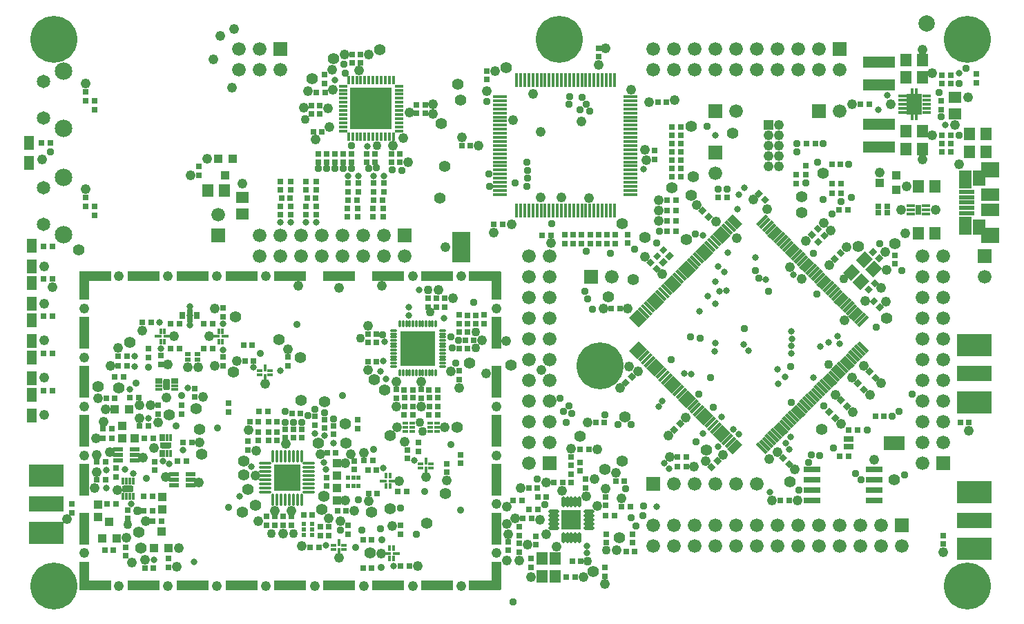
<source format=gbr>
G04 #@! TF.FileFunction,Soldermask,Top*
%FSLAX46Y46*%
G04 Gerber Fmt 4.6, Leading zero omitted, Abs format (unit mm)*
G04 Created by KiCad (PCBNEW (2015-03-02 BZR 5466)-product) date 2015 April 22, Wednesday 22:19:37*
%MOMM*%
G01*
G04 APERTURE LIST*
%ADD10C,0.150000*%
%ADD11R,0.392400X0.952400*%
%ADD12R,1.452400X0.352400*%
%ADD13O,1.352400X0.352400*%
%ADD14R,1.352400X0.652400*%
%ADD15O,1.252400X0.352400*%
%ADD16R,0.302400X0.352400*%
%ADD17R,1.676400X1.676400*%
%ADD18C,1.676400*%
%ADD19C,1.652400*%
%ADD20C,2.152400*%
%ADD21O,0.422240X1.042240*%
%ADD22O,1.042240X0.422240*%
%ADD23R,5.096800X5.096800*%
%ADD24O,0.346600X0.971600*%
%ADD25O,0.971600X0.346600*%
%ADD26R,4.321800X4.321800*%
%ADD27C,1.422400*%
%ADD28R,1.066800X1.066800*%
%ADD29R,1.351280X1.551940*%
%ADD30R,0.447040X1.653540*%
%ADD31R,1.653540X0.447040*%
%ADD32R,2.057400X0.787400*%
%ADD33R,3.853180X1.351280*%
%ADD34R,0.652780X0.551180*%
%ADD35R,0.652780X0.853440*%
%ADD36R,0.751840X0.652780*%
%ADD37R,0.703580X0.401320*%
%ADD38R,0.711200X0.762000*%
%ADD39R,0.762000X0.711200*%
%ADD40R,0.561340X0.482600*%
%ADD41R,0.482600X0.561340*%
%ADD42R,1.219200X1.219200*%
%ADD43C,1.219200*%
%ADD44R,1.353820X1.643380*%
%ADD45R,1.643380X1.353820*%
%ADD46R,1.143000X0.609600*%
%ADD47R,0.382400X0.797400*%
%ADD48R,0.965400X0.452400*%
%ADD49R,0.797400X0.382400*%
%ADD50R,0.452400X0.965400*%
%ADD51R,1.203200X1.703200*%
%ADD52O,0.422240X1.492240*%
%ADD53R,3.326880X3.326880*%
%ADD54O,1.492240X0.422240*%
%ADD55O,0.462240X1.342240*%
%ADD56O,1.342240X0.462240*%
%ADD57R,2.451880X2.451880*%
%ADD58R,4.002400X1.152400*%
%ADD59R,3.952400X1.152400*%
%ADD60R,1.152400X3.502400*%
%ADD61R,1.152400X3.952400*%
%ADD62R,1.002400X0.432400*%
%ADD63R,0.977400X1.352400*%
%ADD64R,0.432400X1.552400*%
%ADD65C,0.737400*%
%ADD66C,0.914400*%
%ADD67C,5.752400*%
%ADD68C,0.752400*%
%ADD69R,1.252400X0.752400*%
%ADD70R,2.552400X1.652400*%
%ADD71R,2.202400X3.802400*%
%ADD72R,4.342400X1.932400*%
%ADD73R,4.342400X2.817400*%
%ADD74R,1.052400X0.452400*%
%ADD75R,0.652400X1.252400*%
%ADD76R,1.953200X0.603200*%
%ADD77R,2.252400X1.527400*%
%ADD78R,1.612400X2.292400*%
%ADD79R,1.502400X1.977400*%
%ADD80R,2.252400X1.902400*%
%ADD81C,1.552400*%
%ADD82C,2.000000*%
%ADD83R,0.952400X0.392400*%
%ADD84R,0.352400X1.452400*%
%ADD85O,0.352400X1.352400*%
%ADD86R,0.652400X1.352400*%
%ADD87O,0.352400X1.252400*%
%ADD88R,0.352400X0.302400*%
%ADD89C,0.838200*%
%ADD90C,0.939800*%
%ADD91C,1.092200*%
G04 APERTURE END LIST*
D10*
G36*
X163640450Y-137810302D02*
X163956555Y-138126407D01*
X162787326Y-139295636D01*
X162471221Y-138979531D01*
X163640450Y-137810302D01*
X163640450Y-137810302D01*
G37*
G36*
X163286628Y-137456480D02*
X163602733Y-137772585D01*
X162433504Y-138941814D01*
X162117399Y-138625709D01*
X163286628Y-137456480D01*
X163286628Y-137456480D01*
G37*
G36*
X162932806Y-137102657D02*
X163248911Y-137418762D01*
X162079682Y-138587991D01*
X161763577Y-138271886D01*
X162932806Y-137102657D01*
X162932806Y-137102657D01*
G37*
G36*
X162578984Y-136748835D02*
X162895089Y-137064940D01*
X161725860Y-138234169D01*
X161409755Y-137918064D01*
X162578984Y-136748835D01*
X162578984Y-136748835D01*
G37*
G36*
X162225162Y-136395013D02*
X162541267Y-136711118D01*
X161372038Y-137880347D01*
X161055933Y-137564242D01*
X162225162Y-136395013D01*
X162225162Y-136395013D01*
G37*
G36*
X161873136Y-136042987D02*
X162189241Y-136359092D01*
X161020012Y-137528321D01*
X160703907Y-137212216D01*
X161873136Y-136042987D01*
X161873136Y-136042987D01*
G37*
G36*
X161519314Y-135689165D02*
X161835419Y-136005270D01*
X160666190Y-137174499D01*
X160350085Y-136858394D01*
X161519314Y-135689165D01*
X161519314Y-135689165D01*
G37*
G36*
X161165492Y-135335343D02*
X161481597Y-135651448D01*
X160312368Y-136820677D01*
X159996263Y-136504572D01*
X161165492Y-135335343D01*
X161165492Y-135335343D01*
G37*
G36*
X160811670Y-134981521D02*
X161127775Y-135297626D01*
X159958546Y-136466855D01*
X159642441Y-136150750D01*
X160811670Y-134981521D01*
X160811670Y-134981521D01*
G37*
G36*
X160457848Y-134627699D02*
X160773953Y-134943804D01*
X159604724Y-136113033D01*
X159288619Y-135796928D01*
X160457848Y-134627699D01*
X160457848Y-134627699D01*
G37*
G36*
X160104025Y-134273877D02*
X160420130Y-134589982D01*
X159250901Y-135759211D01*
X158934796Y-135443106D01*
X160104025Y-134273877D01*
X160104025Y-134273877D01*
G37*
G36*
X159751999Y-133921851D02*
X160068104Y-134237956D01*
X158898875Y-135407185D01*
X158582770Y-135091080D01*
X159751999Y-133921851D01*
X159751999Y-133921851D01*
G37*
G36*
X159398177Y-133568029D02*
X159714282Y-133884134D01*
X158545053Y-135053363D01*
X158228948Y-134737258D01*
X159398177Y-133568029D01*
X159398177Y-133568029D01*
G37*
G36*
X159044355Y-133214207D02*
X159360460Y-133530312D01*
X158191231Y-134699541D01*
X157875126Y-134383436D01*
X159044355Y-133214207D01*
X159044355Y-133214207D01*
G37*
G36*
X158690533Y-132860384D02*
X159006638Y-133176489D01*
X157837409Y-134345718D01*
X157521304Y-134029613D01*
X158690533Y-132860384D01*
X158690533Y-132860384D01*
G37*
G36*
X158336711Y-132506562D02*
X158652816Y-132822667D01*
X157483587Y-133991896D01*
X157167482Y-133675791D01*
X158336711Y-132506562D01*
X158336711Y-132506562D01*
G37*
G36*
X157982889Y-132152740D02*
X158298994Y-132468845D01*
X157129765Y-133638074D01*
X156813660Y-133321969D01*
X157982889Y-132152740D01*
X157982889Y-132152740D01*
G37*
G36*
X157629067Y-131798918D02*
X157945172Y-132115023D01*
X156775943Y-133284252D01*
X156459838Y-132968147D01*
X157629067Y-131798918D01*
X157629067Y-131798918D01*
G37*
G36*
X157277041Y-131446892D02*
X157593146Y-131762997D01*
X156423917Y-132932226D01*
X156107812Y-132616121D01*
X157277041Y-131446892D01*
X157277041Y-131446892D01*
G37*
G36*
X156923219Y-131093070D02*
X157239324Y-131409175D01*
X156070095Y-132578404D01*
X155753990Y-132262299D01*
X156923219Y-131093070D01*
X156923219Y-131093070D01*
G37*
G36*
X156569397Y-130739248D02*
X156885502Y-131055353D01*
X155716273Y-132224582D01*
X155400168Y-131908477D01*
X156569397Y-130739248D01*
X156569397Y-130739248D01*
G37*
G36*
X156215575Y-130385426D02*
X156531680Y-130701531D01*
X155362451Y-131870760D01*
X155046346Y-131554655D01*
X156215575Y-130385426D01*
X156215575Y-130385426D01*
G37*
G36*
X155861752Y-130031604D02*
X156177857Y-130347709D01*
X155008628Y-131516938D01*
X154692523Y-131200833D01*
X155861752Y-130031604D01*
X155861752Y-130031604D01*
G37*
G36*
X155507930Y-129677782D02*
X155824035Y-129993887D01*
X154654806Y-131163116D01*
X154338701Y-130847011D01*
X155507930Y-129677782D01*
X155507930Y-129677782D01*
G37*
G36*
X155154108Y-129323960D02*
X155470213Y-129640065D01*
X154300984Y-130809294D01*
X153984879Y-130493189D01*
X155154108Y-129323960D01*
X155154108Y-129323960D01*
G37*
G36*
X154802082Y-128971934D02*
X155118187Y-129288039D01*
X153948958Y-130457268D01*
X153632853Y-130141163D01*
X154802082Y-128971934D01*
X154802082Y-128971934D01*
G37*
G36*
X154448260Y-128618111D02*
X154764365Y-128934216D01*
X153595136Y-130103445D01*
X153279031Y-129787340D01*
X154448260Y-128618111D01*
X154448260Y-128618111D01*
G37*
G36*
X154094438Y-128264289D02*
X154410543Y-128580394D01*
X153241314Y-129749623D01*
X152925209Y-129433518D01*
X154094438Y-128264289D01*
X154094438Y-128264289D01*
G37*
G36*
X153740616Y-127910467D02*
X154056721Y-128226572D01*
X152887492Y-129395801D01*
X152571387Y-129079696D01*
X153740616Y-127910467D01*
X153740616Y-127910467D01*
G37*
G36*
X153386794Y-127556645D02*
X153702899Y-127872750D01*
X152533670Y-129041979D01*
X152217565Y-128725874D01*
X153386794Y-127556645D01*
X153386794Y-127556645D01*
G37*
G36*
X153032972Y-127202823D02*
X153349077Y-127518928D01*
X152179848Y-128688157D01*
X151863743Y-128372052D01*
X153032972Y-127202823D01*
X153032972Y-127202823D01*
G37*
G36*
X152680946Y-126850797D02*
X152997051Y-127166902D01*
X151827822Y-128336131D01*
X151511717Y-128020026D01*
X152680946Y-126850797D01*
X152680946Y-126850797D01*
G37*
G36*
X152327124Y-126496975D02*
X152643229Y-126813080D01*
X151474000Y-127982309D01*
X151157895Y-127666204D01*
X152327124Y-126496975D01*
X152327124Y-126496975D01*
G37*
G36*
X151973302Y-126143153D02*
X152289407Y-126459258D01*
X151120178Y-127628487D01*
X150804073Y-127312382D01*
X151973302Y-126143153D01*
X151973302Y-126143153D01*
G37*
G36*
X151619479Y-125789331D02*
X151935584Y-126105436D01*
X150766355Y-127274665D01*
X150450250Y-126958560D01*
X151619479Y-125789331D01*
X151619479Y-125789331D01*
G37*
G36*
X151265657Y-125435509D02*
X151581762Y-125751614D01*
X150412533Y-126920843D01*
X150096428Y-126604738D01*
X151265657Y-125435509D01*
X151265657Y-125435509D01*
G37*
G36*
X146913826Y-125751614D02*
X147229931Y-125435509D01*
X148399160Y-126604738D01*
X148083055Y-126920843D01*
X146913826Y-125751614D01*
X146913826Y-125751614D01*
G37*
G36*
X146560004Y-126105436D02*
X146876109Y-125789331D01*
X148045338Y-126958560D01*
X147729233Y-127274665D01*
X146560004Y-126105436D01*
X146560004Y-126105436D01*
G37*
G36*
X146206181Y-126459258D02*
X146522286Y-126143153D01*
X147691515Y-127312382D01*
X147375410Y-127628487D01*
X146206181Y-126459258D01*
X146206181Y-126459258D01*
G37*
G36*
X145852359Y-126813080D02*
X146168464Y-126496975D01*
X147337693Y-127666204D01*
X147021588Y-127982309D01*
X145852359Y-126813080D01*
X145852359Y-126813080D01*
G37*
G36*
X145498537Y-127166902D02*
X145814642Y-126850797D01*
X146983871Y-128020026D01*
X146667766Y-128336131D01*
X145498537Y-127166902D01*
X145498537Y-127166902D01*
G37*
G36*
X145146511Y-127518928D02*
X145462616Y-127202823D01*
X146631845Y-128372052D01*
X146315740Y-128688157D01*
X145146511Y-127518928D01*
X145146511Y-127518928D01*
G37*
G36*
X144792689Y-127872750D02*
X145108794Y-127556645D01*
X146278023Y-128725874D01*
X145961918Y-129041979D01*
X144792689Y-127872750D01*
X144792689Y-127872750D01*
G37*
G36*
X144438867Y-128226572D02*
X144754972Y-127910467D01*
X145924201Y-129079696D01*
X145608096Y-129395801D01*
X144438867Y-128226572D01*
X144438867Y-128226572D01*
G37*
G36*
X144085045Y-128580394D02*
X144401150Y-128264289D01*
X145570379Y-129433518D01*
X145254274Y-129749623D01*
X144085045Y-128580394D01*
X144085045Y-128580394D01*
G37*
G36*
X143731223Y-128934216D02*
X144047328Y-128618111D01*
X145216557Y-129787340D01*
X144900452Y-130103445D01*
X143731223Y-128934216D01*
X143731223Y-128934216D01*
G37*
G36*
X143377401Y-129288039D02*
X143693506Y-128971934D01*
X144862735Y-130141163D01*
X144546630Y-130457268D01*
X143377401Y-129288039D01*
X143377401Y-129288039D01*
G37*
G36*
X143025375Y-129640065D02*
X143341480Y-129323960D01*
X144510709Y-130493189D01*
X144194604Y-130809294D01*
X143025375Y-129640065D01*
X143025375Y-129640065D01*
G37*
G36*
X142671553Y-129993887D02*
X142987658Y-129677782D01*
X144156887Y-130847011D01*
X143840782Y-131163116D01*
X142671553Y-129993887D01*
X142671553Y-129993887D01*
G37*
G36*
X142317731Y-130347709D02*
X142633836Y-130031604D01*
X143803065Y-131200833D01*
X143486960Y-131516938D01*
X142317731Y-130347709D01*
X142317731Y-130347709D01*
G37*
G36*
X141963908Y-130701531D02*
X142280013Y-130385426D01*
X143449242Y-131554655D01*
X143133137Y-131870760D01*
X141963908Y-130701531D01*
X141963908Y-130701531D01*
G37*
G36*
X141610086Y-131055353D02*
X141926191Y-130739248D01*
X143095420Y-131908477D01*
X142779315Y-132224582D01*
X141610086Y-131055353D01*
X141610086Y-131055353D01*
G37*
G36*
X141256264Y-131409175D02*
X141572369Y-131093070D01*
X142741598Y-132262299D01*
X142425493Y-132578404D01*
X141256264Y-131409175D01*
X141256264Y-131409175D01*
G37*
G36*
X140902442Y-131762997D02*
X141218547Y-131446892D01*
X142387776Y-132616121D01*
X142071671Y-132932226D01*
X140902442Y-131762997D01*
X140902442Y-131762997D01*
G37*
G36*
X140550416Y-132115023D02*
X140866521Y-131798918D01*
X142035750Y-132968147D01*
X141719645Y-133284252D01*
X140550416Y-132115023D01*
X140550416Y-132115023D01*
G37*
G36*
X140196594Y-132468845D02*
X140512699Y-132152740D01*
X141681928Y-133321969D01*
X141365823Y-133638074D01*
X140196594Y-132468845D01*
X140196594Y-132468845D01*
G37*
G36*
X139842772Y-132822667D02*
X140158877Y-132506562D01*
X141328106Y-133675791D01*
X141012001Y-133991896D01*
X139842772Y-132822667D01*
X139842772Y-132822667D01*
G37*
G36*
X139488950Y-133176489D02*
X139805055Y-132860384D01*
X140974284Y-134029613D01*
X140658179Y-134345718D01*
X139488950Y-133176489D01*
X139488950Y-133176489D01*
G37*
G36*
X139135128Y-133530312D02*
X139451233Y-133214207D01*
X140620462Y-134383436D01*
X140304357Y-134699541D01*
X139135128Y-133530312D01*
X139135128Y-133530312D01*
G37*
G36*
X138781306Y-133884134D02*
X139097411Y-133568029D01*
X140266640Y-134737258D01*
X139950535Y-135053363D01*
X138781306Y-133884134D01*
X138781306Y-133884134D01*
G37*
G36*
X138427484Y-134237956D02*
X138743589Y-133921851D01*
X139912818Y-135091080D01*
X139596713Y-135407185D01*
X138427484Y-134237956D01*
X138427484Y-134237956D01*
G37*
G36*
X138075458Y-134589982D02*
X138391563Y-134273877D01*
X139560792Y-135443106D01*
X139244687Y-135759211D01*
X138075458Y-134589982D01*
X138075458Y-134589982D01*
G37*
G36*
X137721635Y-134943804D02*
X138037740Y-134627699D01*
X139206969Y-135796928D01*
X138890864Y-136113033D01*
X137721635Y-134943804D01*
X137721635Y-134943804D01*
G37*
G36*
X137367813Y-135297626D02*
X137683918Y-134981521D01*
X138853147Y-136150750D01*
X138537042Y-136466855D01*
X137367813Y-135297626D01*
X137367813Y-135297626D01*
G37*
G36*
X137013991Y-135651448D02*
X137330096Y-135335343D01*
X138499325Y-136504572D01*
X138183220Y-136820677D01*
X137013991Y-135651448D01*
X137013991Y-135651448D01*
G37*
G36*
X136660169Y-136005270D02*
X136976274Y-135689165D01*
X138145503Y-136858394D01*
X137829398Y-137174499D01*
X136660169Y-136005270D01*
X136660169Y-136005270D01*
G37*
G36*
X136306347Y-136359092D02*
X136622452Y-136042987D01*
X137791681Y-137212216D01*
X137475576Y-137528321D01*
X136306347Y-136359092D01*
X136306347Y-136359092D01*
G37*
G36*
X135954321Y-136711118D02*
X136270426Y-136395013D01*
X137439655Y-137564242D01*
X137123550Y-137880347D01*
X135954321Y-136711118D01*
X135954321Y-136711118D01*
G37*
G36*
X135600499Y-137064940D02*
X135916604Y-136748835D01*
X137085833Y-137918064D01*
X136769728Y-138234169D01*
X135600499Y-137064940D01*
X135600499Y-137064940D01*
G37*
G36*
X135246677Y-137418762D02*
X135562782Y-137102657D01*
X136732011Y-138271886D01*
X136415906Y-138587991D01*
X135246677Y-137418762D01*
X135246677Y-137418762D01*
G37*
G36*
X134892855Y-137772585D02*
X135208960Y-137456480D01*
X136378189Y-138625709D01*
X136062084Y-138941814D01*
X134892855Y-137772585D01*
X134892855Y-137772585D01*
G37*
G36*
X134539033Y-138126407D02*
X134855138Y-137810302D01*
X136024367Y-138979531D01*
X135708262Y-139295636D01*
X134539033Y-138126407D01*
X134539033Y-138126407D01*
G37*
G36*
X135708262Y-140992904D02*
X136024367Y-141309009D01*
X134855138Y-142478238D01*
X134539033Y-142162133D01*
X135708262Y-140992904D01*
X135708262Y-140992904D01*
G37*
G36*
X136062084Y-141346726D02*
X136378189Y-141662831D01*
X135208960Y-142832060D01*
X134892855Y-142515955D01*
X136062084Y-141346726D01*
X136062084Y-141346726D01*
G37*
G36*
X136415906Y-141700549D02*
X136732011Y-142016654D01*
X135562782Y-143185883D01*
X135246677Y-142869778D01*
X136415906Y-141700549D01*
X136415906Y-141700549D01*
G37*
G36*
X136769728Y-142054371D02*
X137085833Y-142370476D01*
X135916604Y-143539705D01*
X135600499Y-143223600D01*
X136769728Y-142054371D01*
X136769728Y-142054371D01*
G37*
G36*
X137123550Y-142408193D02*
X137439655Y-142724298D01*
X136270426Y-143893527D01*
X135954321Y-143577422D01*
X137123550Y-142408193D01*
X137123550Y-142408193D01*
G37*
G36*
X137475576Y-142760219D02*
X137791681Y-143076324D01*
X136622452Y-144245553D01*
X136306347Y-143929448D01*
X137475576Y-142760219D01*
X137475576Y-142760219D01*
G37*
G36*
X137829398Y-143114041D02*
X138145503Y-143430146D01*
X136976274Y-144599375D01*
X136660169Y-144283270D01*
X137829398Y-143114041D01*
X137829398Y-143114041D01*
G37*
G36*
X138183220Y-143467863D02*
X138499325Y-143783968D01*
X137330096Y-144953197D01*
X137013991Y-144637092D01*
X138183220Y-143467863D01*
X138183220Y-143467863D01*
G37*
G36*
X138537042Y-143821685D02*
X138853147Y-144137790D01*
X137683918Y-145307019D01*
X137367813Y-144990914D01*
X138537042Y-143821685D01*
X138537042Y-143821685D01*
G37*
G36*
X138890864Y-144175507D02*
X139206969Y-144491612D01*
X138037740Y-145660841D01*
X137721635Y-145344736D01*
X138890864Y-144175507D01*
X138890864Y-144175507D01*
G37*
G36*
X139244687Y-144529329D02*
X139560792Y-144845434D01*
X138391563Y-146014663D01*
X138075458Y-145698558D01*
X139244687Y-144529329D01*
X139244687Y-144529329D01*
G37*
G36*
X139596713Y-144881355D02*
X139912818Y-145197460D01*
X138743589Y-146366689D01*
X138427484Y-146050584D01*
X139596713Y-144881355D01*
X139596713Y-144881355D01*
G37*
G36*
X139950535Y-145235177D02*
X140266640Y-145551282D01*
X139097411Y-146720511D01*
X138781306Y-146404406D01*
X139950535Y-145235177D01*
X139950535Y-145235177D01*
G37*
G36*
X140304357Y-145588999D02*
X140620462Y-145905104D01*
X139451233Y-147074333D01*
X139135128Y-146758228D01*
X140304357Y-145588999D01*
X140304357Y-145588999D01*
G37*
G36*
X140658179Y-145942822D02*
X140974284Y-146258927D01*
X139805055Y-147428156D01*
X139488950Y-147112051D01*
X140658179Y-145942822D01*
X140658179Y-145942822D01*
G37*
G36*
X141012001Y-146296644D02*
X141328106Y-146612749D01*
X140158877Y-147781978D01*
X139842772Y-147465873D01*
X141012001Y-146296644D01*
X141012001Y-146296644D01*
G37*
G36*
X141365823Y-146650466D02*
X141681928Y-146966571D01*
X140512699Y-148135800D01*
X140196594Y-147819695D01*
X141365823Y-146650466D01*
X141365823Y-146650466D01*
G37*
G36*
X141719645Y-147004288D02*
X142035750Y-147320393D01*
X140866521Y-148489622D01*
X140550416Y-148173517D01*
X141719645Y-147004288D01*
X141719645Y-147004288D01*
G37*
G36*
X142071671Y-147356314D02*
X142387776Y-147672419D01*
X141218547Y-148841648D01*
X140902442Y-148525543D01*
X142071671Y-147356314D01*
X142071671Y-147356314D01*
G37*
G36*
X142425493Y-147710136D02*
X142741598Y-148026241D01*
X141572369Y-149195470D01*
X141256264Y-148879365D01*
X142425493Y-147710136D01*
X142425493Y-147710136D01*
G37*
G36*
X142779315Y-148063958D02*
X143095420Y-148380063D01*
X141926191Y-149549292D01*
X141610086Y-149233187D01*
X142779315Y-148063958D01*
X142779315Y-148063958D01*
G37*
G36*
X143133137Y-148417780D02*
X143449242Y-148733885D01*
X142280013Y-149903114D01*
X141963908Y-149587009D01*
X143133137Y-148417780D01*
X143133137Y-148417780D01*
G37*
G36*
X143486960Y-148771602D02*
X143803065Y-149087707D01*
X142633836Y-150256936D01*
X142317731Y-149940831D01*
X143486960Y-148771602D01*
X143486960Y-148771602D01*
G37*
G36*
X143840782Y-149125424D02*
X144156887Y-149441529D01*
X142987658Y-150610758D01*
X142671553Y-150294653D01*
X143840782Y-149125424D01*
X143840782Y-149125424D01*
G37*
G36*
X144194604Y-149479246D02*
X144510709Y-149795351D01*
X143341480Y-150964580D01*
X143025375Y-150648475D01*
X144194604Y-149479246D01*
X144194604Y-149479246D01*
G37*
G36*
X144546630Y-149831272D02*
X144862735Y-150147377D01*
X143693506Y-151316606D01*
X143377401Y-151000501D01*
X144546630Y-149831272D01*
X144546630Y-149831272D01*
G37*
G36*
X144900452Y-150185095D02*
X145216557Y-150501200D01*
X144047328Y-151670429D01*
X143731223Y-151354324D01*
X144900452Y-150185095D01*
X144900452Y-150185095D01*
G37*
G36*
X145254274Y-150538917D02*
X145570379Y-150855022D01*
X144401150Y-152024251D01*
X144085045Y-151708146D01*
X145254274Y-150538917D01*
X145254274Y-150538917D01*
G37*
G36*
X145608096Y-150892739D02*
X145924201Y-151208844D01*
X144754972Y-152378073D01*
X144438867Y-152061968D01*
X145608096Y-150892739D01*
X145608096Y-150892739D01*
G37*
G36*
X145961918Y-151246561D02*
X146278023Y-151562666D01*
X145108794Y-152731895D01*
X144792689Y-152415790D01*
X145961918Y-151246561D01*
X145961918Y-151246561D01*
G37*
G36*
X146315740Y-151600383D02*
X146631845Y-151916488D01*
X145462616Y-153085717D01*
X145146511Y-152769612D01*
X146315740Y-151600383D01*
X146315740Y-151600383D01*
G37*
G36*
X146667766Y-151952409D02*
X146983871Y-152268514D01*
X145814642Y-153437743D01*
X145498537Y-153121638D01*
X146667766Y-151952409D01*
X146667766Y-151952409D01*
G37*
G36*
X147021588Y-152306231D02*
X147337693Y-152622336D01*
X146168464Y-153791565D01*
X145852359Y-153475460D01*
X147021588Y-152306231D01*
X147021588Y-152306231D01*
G37*
G36*
X147375410Y-152660053D02*
X147691515Y-152976158D01*
X146522286Y-154145387D01*
X146206181Y-153829282D01*
X147375410Y-152660053D01*
X147375410Y-152660053D01*
G37*
G36*
X147729233Y-153013875D02*
X148045338Y-153329980D01*
X146876109Y-154499209D01*
X146560004Y-154183104D01*
X147729233Y-153013875D01*
X147729233Y-153013875D01*
G37*
G36*
X148083055Y-153367697D02*
X148399160Y-153683802D01*
X147229931Y-154853031D01*
X146913826Y-154536926D01*
X148083055Y-153367697D01*
X148083055Y-153367697D01*
G37*
G36*
X150096428Y-153683802D02*
X150412533Y-153367697D01*
X151581762Y-154536926D01*
X151265657Y-154853031D01*
X150096428Y-153683802D01*
X150096428Y-153683802D01*
G37*
G36*
X150450250Y-153329980D02*
X150766355Y-153013875D01*
X151935584Y-154183104D01*
X151619479Y-154499209D01*
X150450250Y-153329980D01*
X150450250Y-153329980D01*
G37*
G36*
X150804073Y-152976158D02*
X151120178Y-152660053D01*
X152289407Y-153829282D01*
X151973302Y-154145387D01*
X150804073Y-152976158D01*
X150804073Y-152976158D01*
G37*
G36*
X151157895Y-152622336D02*
X151474000Y-152306231D01*
X152643229Y-153475460D01*
X152327124Y-153791565D01*
X151157895Y-152622336D01*
X151157895Y-152622336D01*
G37*
G36*
X151511717Y-152268514D02*
X151827822Y-151952409D01*
X152997051Y-153121638D01*
X152680946Y-153437743D01*
X151511717Y-152268514D01*
X151511717Y-152268514D01*
G37*
G36*
X151863743Y-151916488D02*
X152179848Y-151600383D01*
X153349077Y-152769612D01*
X153032972Y-153085717D01*
X151863743Y-151916488D01*
X151863743Y-151916488D01*
G37*
G36*
X152217565Y-151562666D02*
X152533670Y-151246561D01*
X153702899Y-152415790D01*
X153386794Y-152731895D01*
X152217565Y-151562666D01*
X152217565Y-151562666D01*
G37*
G36*
X152571387Y-151208844D02*
X152887492Y-150892739D01*
X154056721Y-152061968D01*
X153740616Y-152378073D01*
X152571387Y-151208844D01*
X152571387Y-151208844D01*
G37*
G36*
X152925209Y-150855022D02*
X153241314Y-150538917D01*
X154410543Y-151708146D01*
X154094438Y-152024251D01*
X152925209Y-150855022D01*
X152925209Y-150855022D01*
G37*
G36*
X153279031Y-150501200D02*
X153595136Y-150185095D01*
X154764365Y-151354324D01*
X154448260Y-151670429D01*
X153279031Y-150501200D01*
X153279031Y-150501200D01*
G37*
G36*
X153632853Y-150147377D02*
X153948958Y-149831272D01*
X155118187Y-151000501D01*
X154802082Y-151316606D01*
X153632853Y-150147377D01*
X153632853Y-150147377D01*
G37*
G36*
X153984879Y-149795351D02*
X154300984Y-149479246D01*
X155470213Y-150648475D01*
X155154108Y-150964580D01*
X153984879Y-149795351D01*
X153984879Y-149795351D01*
G37*
G36*
X154338701Y-149441529D02*
X154654806Y-149125424D01*
X155824035Y-150294653D01*
X155507930Y-150610758D01*
X154338701Y-149441529D01*
X154338701Y-149441529D01*
G37*
G36*
X154692523Y-149087707D02*
X155008628Y-148771602D01*
X156177857Y-149940831D01*
X155861752Y-150256936D01*
X154692523Y-149087707D01*
X154692523Y-149087707D01*
G37*
G36*
X155046346Y-148733885D02*
X155362451Y-148417780D01*
X156531680Y-149587009D01*
X156215575Y-149903114D01*
X155046346Y-148733885D01*
X155046346Y-148733885D01*
G37*
G36*
X155400168Y-148380063D02*
X155716273Y-148063958D01*
X156885502Y-149233187D01*
X156569397Y-149549292D01*
X155400168Y-148380063D01*
X155400168Y-148380063D01*
G37*
G36*
X155753990Y-148026241D02*
X156070095Y-147710136D01*
X157239324Y-148879365D01*
X156923219Y-149195470D01*
X155753990Y-148026241D01*
X155753990Y-148026241D01*
G37*
G36*
X156107812Y-147672419D02*
X156423917Y-147356314D01*
X157593146Y-148525543D01*
X157277041Y-148841648D01*
X156107812Y-147672419D01*
X156107812Y-147672419D01*
G37*
G36*
X156459838Y-147320393D02*
X156775943Y-147004288D01*
X157945172Y-148173517D01*
X157629067Y-148489622D01*
X156459838Y-147320393D01*
X156459838Y-147320393D01*
G37*
G36*
X156813660Y-146966571D02*
X157129765Y-146650466D01*
X158298994Y-147819695D01*
X157982889Y-148135800D01*
X156813660Y-146966571D01*
X156813660Y-146966571D01*
G37*
G36*
X157167482Y-146612749D02*
X157483587Y-146296644D01*
X158652816Y-147465873D01*
X158336711Y-147781978D01*
X157167482Y-146612749D01*
X157167482Y-146612749D01*
G37*
G36*
X157521304Y-146258927D02*
X157837409Y-145942822D01*
X159006638Y-147112051D01*
X158690533Y-147428156D01*
X157521304Y-146258927D01*
X157521304Y-146258927D01*
G37*
G36*
X157875126Y-145905104D02*
X158191231Y-145588999D01*
X159360460Y-146758228D01*
X159044355Y-147074333D01*
X157875126Y-145905104D01*
X157875126Y-145905104D01*
G37*
G36*
X158228948Y-145551282D02*
X158545053Y-145235177D01*
X159714282Y-146404406D01*
X159398177Y-146720511D01*
X158228948Y-145551282D01*
X158228948Y-145551282D01*
G37*
G36*
X158582770Y-145197460D02*
X158898875Y-144881355D01*
X160068104Y-146050584D01*
X159751999Y-146366689D01*
X158582770Y-145197460D01*
X158582770Y-145197460D01*
G37*
G36*
X158934796Y-144845434D02*
X159250901Y-144529329D01*
X160420130Y-145698558D01*
X160104025Y-146014663D01*
X158934796Y-144845434D01*
X158934796Y-144845434D01*
G37*
G36*
X159288619Y-144491612D02*
X159604724Y-144175507D01*
X160773953Y-145344736D01*
X160457848Y-145660841D01*
X159288619Y-144491612D01*
X159288619Y-144491612D01*
G37*
G36*
X159642441Y-144137790D02*
X159958546Y-143821685D01*
X161127775Y-144990914D01*
X160811670Y-145307019D01*
X159642441Y-144137790D01*
X159642441Y-144137790D01*
G37*
G36*
X159996263Y-143783968D02*
X160312368Y-143467863D01*
X161481597Y-144637092D01*
X161165492Y-144953197D01*
X159996263Y-143783968D01*
X159996263Y-143783968D01*
G37*
G36*
X160350085Y-143430146D02*
X160666190Y-143114041D01*
X161835419Y-144283270D01*
X161519314Y-144599375D01*
X160350085Y-143430146D01*
X160350085Y-143430146D01*
G37*
G36*
X160703907Y-143076324D02*
X161020012Y-142760219D01*
X162189241Y-143929448D01*
X161873136Y-144245553D01*
X160703907Y-143076324D01*
X160703907Y-143076324D01*
G37*
G36*
X161055933Y-142724298D02*
X161372038Y-142408193D01*
X162541267Y-143577422D01*
X162225162Y-143893527D01*
X161055933Y-142724298D01*
X161055933Y-142724298D01*
G37*
G36*
X161409755Y-142370476D02*
X161725860Y-142054371D01*
X162895089Y-143223600D01*
X162578984Y-143539705D01*
X161409755Y-142370476D01*
X161409755Y-142370476D01*
G37*
G36*
X161763577Y-142016654D02*
X162079682Y-141700549D01*
X163248911Y-142869778D01*
X162932806Y-143185883D01*
X161763577Y-142016654D01*
X161763577Y-142016654D01*
G37*
G36*
X162117399Y-141662831D02*
X162433504Y-141346726D01*
X163602733Y-142515955D01*
X163286628Y-142832060D01*
X162117399Y-141662831D01*
X162117399Y-141662831D01*
G37*
G36*
X162471221Y-141309009D02*
X162787326Y-140992904D01*
X163956555Y-142162133D01*
X163640450Y-142478238D01*
X162471221Y-141309009D01*
X162471221Y-141309009D01*
G37*
D11*
X72512600Y-160067600D03*
X72912600Y-160067600D03*
X73312600Y-160067600D03*
X73712600Y-160067600D03*
X73712600Y-158167600D03*
X73312600Y-158167600D03*
X72912600Y-158167600D03*
X72512600Y-158167600D03*
D12*
X73112600Y-159117600D03*
D13*
X73112600Y-158867600D03*
D14*
X73112600Y-159117600D03*
D15*
X73162600Y-159367600D03*
D10*
G36*
X72612389Y-159576153D02*
X72404047Y-159367811D01*
X72632811Y-159139047D01*
X72841153Y-159347389D01*
X72612389Y-159576153D01*
X72612389Y-159576153D01*
G37*
D16*
X72687600Y-159367600D03*
D17*
X173030000Y-155950000D03*
D18*
X170490000Y-155950000D03*
X173030000Y-153410000D03*
X170490000Y-153410000D03*
X173030000Y-150870000D03*
X170490000Y-150870000D03*
X173030000Y-148330000D03*
X170490000Y-148330000D03*
X173030000Y-145790000D03*
X170490000Y-145790000D03*
X173030000Y-143250000D03*
X170490000Y-143250000D03*
X173030000Y-140710000D03*
X170490000Y-140710000D03*
X173030000Y-138170000D03*
X170490000Y-138170000D03*
X173030000Y-135630000D03*
X170490000Y-135630000D03*
X173030000Y-133090000D03*
X170490000Y-133090000D03*
X173030000Y-130550000D03*
X170490000Y-130550000D03*
D19*
X62700000Y-122150000D03*
X62700000Y-126650000D03*
D20*
X65190000Y-127905000D03*
X65190000Y-120895000D03*
D21*
X100145400Y-115911800D03*
X100645400Y-115911800D03*
X101145400Y-115911800D03*
X101645400Y-115911800D03*
X102145400Y-115911800D03*
X102645400Y-115911800D03*
X103145400Y-115911800D03*
X103645400Y-115911800D03*
X104145400Y-115911800D03*
X104645400Y-115911800D03*
X105145400Y-115911800D03*
X105645400Y-115911800D03*
D22*
X106345400Y-115211800D03*
X106345400Y-114711800D03*
X106345400Y-114211800D03*
X106345400Y-113711800D03*
X106345400Y-113211800D03*
X106345400Y-112711800D03*
X106345400Y-112211800D03*
X106345400Y-111711800D03*
X106345400Y-111211800D03*
X106345400Y-110711800D03*
X106345400Y-110211800D03*
X106345400Y-109711800D03*
D21*
X105645400Y-109011800D03*
X105145400Y-109011800D03*
X104645400Y-109011800D03*
X104145400Y-109011800D03*
X103645400Y-109011800D03*
X103145400Y-109011800D03*
X102645400Y-109011800D03*
X102145400Y-109011800D03*
X101645400Y-109011800D03*
X101145400Y-109011800D03*
X100645400Y-109011800D03*
X100145400Y-109011800D03*
D22*
X99445400Y-109711800D03*
X99445400Y-110211800D03*
X99445400Y-110711800D03*
X99445400Y-111211800D03*
X99445400Y-111711800D03*
X99445400Y-112211800D03*
X99445400Y-112711800D03*
X99445400Y-113211800D03*
X99445400Y-113711800D03*
X99445400Y-114211800D03*
X99445400Y-114711800D03*
X99445400Y-115211800D03*
D23*
X102895400Y-112461800D03*
D24*
X106448500Y-144897100D03*
X106848500Y-144897100D03*
X107248500Y-144897100D03*
X107648500Y-144897100D03*
X108048500Y-144897100D03*
X108448500Y-144897100D03*
X108848500Y-144897100D03*
X109248500Y-144897100D03*
X109648500Y-144897100D03*
X110048500Y-144897100D03*
X110448500Y-144897100D03*
X110848500Y-144897100D03*
D25*
X111648500Y-144097100D03*
X111648500Y-143697100D03*
X111648500Y-143297100D03*
X111648500Y-142897100D03*
X111648500Y-142497100D03*
X111648500Y-142097100D03*
X111648500Y-141697100D03*
X111648500Y-141297100D03*
X111648500Y-140897100D03*
X111648500Y-140497100D03*
X111648500Y-140097100D03*
X111648500Y-139697100D03*
D24*
X110848500Y-138897100D03*
X110448500Y-138897100D03*
X110048500Y-138897100D03*
X109648500Y-138897100D03*
X109248500Y-138897100D03*
X108848500Y-138897100D03*
X108448500Y-138897100D03*
X108048500Y-138897100D03*
X107648500Y-138897100D03*
X107248500Y-138897100D03*
X106848500Y-138897100D03*
X106448500Y-138897100D03*
D25*
X105648500Y-139697100D03*
X105648500Y-140097100D03*
X105648500Y-140497100D03*
X105648500Y-140897100D03*
X105648500Y-141297100D03*
X105648500Y-141697100D03*
X105648500Y-142097100D03*
X105648500Y-142497100D03*
X105648500Y-142897100D03*
X105648500Y-143297100D03*
X105648500Y-143697100D03*
X105648500Y-144097100D03*
D26*
X108648500Y-141897100D03*
D27*
X133350000Y-165100000D03*
D28*
X78105700Y-166406800D03*
X76327700Y-166406800D03*
X77216700Y-164374800D03*
X71487000Y-149364000D03*
X73265000Y-149364000D03*
X72376000Y-151396000D03*
D10*
G36*
X162866353Y-134719297D02*
X161910854Y-133763798D01*
X163008241Y-132666411D01*
X163963740Y-133621910D01*
X162866353Y-134719297D01*
X162866353Y-134719297D01*
G37*
G36*
X163290221Y-132032405D02*
X162334722Y-131076906D01*
X163432109Y-129979519D01*
X164387608Y-130935018D01*
X163290221Y-132032405D01*
X163290221Y-132032405D01*
G37*
G36*
X164421733Y-133163917D02*
X163466234Y-132208418D01*
X164563621Y-131111031D01*
X165519120Y-132066530D01*
X164421733Y-133163917D01*
X164421733Y-133163917D01*
G37*
G36*
X161734841Y-133587785D02*
X160779342Y-132632286D01*
X161876729Y-131534899D01*
X162832228Y-132490398D01*
X161734841Y-133587785D01*
X161734841Y-133587785D01*
G37*
D29*
X125475300Y-169867820D03*
X123875100Y-167668180D03*
X125475300Y-167668180D03*
X123875100Y-169867820D03*
D30*
X132745480Y-109016800D03*
X132245100Y-109016800D03*
X131747260Y-109016800D03*
X131246880Y-109016800D03*
X130746500Y-109016800D03*
X130246120Y-109016800D03*
X129745740Y-109016800D03*
X129245360Y-109016800D03*
X128744980Y-109016800D03*
X128247140Y-109016800D03*
X127746760Y-109016800D03*
X127246380Y-109016800D03*
X126746000Y-109016800D03*
X126245620Y-109016800D03*
X125745240Y-109016800D03*
X125244860Y-109016800D03*
X124747020Y-109016800D03*
X124246640Y-109016800D03*
X123746260Y-109016800D03*
X123245880Y-109016800D03*
X122745500Y-109016800D03*
X122245120Y-109016800D03*
X121744740Y-109016800D03*
X121246900Y-109016800D03*
X120746520Y-109016800D03*
D31*
X118745000Y-111018320D03*
X118745000Y-111518700D03*
X118745000Y-112016540D03*
X118745000Y-112516920D03*
X118745000Y-113017300D03*
X118745000Y-113517680D03*
X118745000Y-114018060D03*
X118745000Y-114518440D03*
X118745000Y-115018820D03*
X118745000Y-115516660D03*
X118745000Y-116017040D03*
X118745000Y-116517420D03*
X118745000Y-117017800D03*
X118745000Y-117518180D03*
X118745000Y-118018560D03*
X118745000Y-118518940D03*
X118745000Y-119016780D03*
X118745000Y-119517160D03*
X118745000Y-120017540D03*
X118745000Y-120517920D03*
X118745000Y-121018300D03*
X118745000Y-121518680D03*
X118745000Y-122019060D03*
X118745000Y-122516900D03*
X118745000Y-123017280D03*
D30*
X120746520Y-125018800D03*
X121246900Y-125018800D03*
X121744740Y-125018800D03*
X122245120Y-125018800D03*
X122745500Y-125018800D03*
X123245880Y-125018800D03*
X123746260Y-125018800D03*
X124246640Y-125018800D03*
X124747020Y-125018800D03*
X125244860Y-125018800D03*
X125745240Y-125018800D03*
X126245620Y-125018800D03*
X126746000Y-125018800D03*
X127246380Y-125018800D03*
X127746760Y-125018800D03*
X128247140Y-125018800D03*
X128744980Y-125018800D03*
X129245360Y-125018800D03*
X129745740Y-125018800D03*
X130246120Y-125018800D03*
X130746500Y-125018800D03*
X131246880Y-125018800D03*
X131747260Y-125018800D03*
X132245100Y-125018800D03*
X132745480Y-125018800D03*
D31*
X134747000Y-123017280D03*
X134747000Y-122516900D03*
X134747000Y-122019060D03*
X134747000Y-121518680D03*
X134747000Y-121018300D03*
X134747000Y-120517920D03*
X134747000Y-120017540D03*
X134747000Y-119517160D03*
X134747000Y-119016780D03*
X134747000Y-118518940D03*
X134747000Y-118018560D03*
X134747000Y-117518180D03*
X134747000Y-117017800D03*
X134747000Y-116517420D03*
X134747000Y-116017040D03*
X134747000Y-115516660D03*
X134747000Y-115018820D03*
X134747000Y-114518440D03*
X134747000Y-114018060D03*
X134747000Y-113517680D03*
X134747000Y-113017300D03*
X134747000Y-112516920D03*
X134747000Y-112016540D03*
X134747000Y-111518700D03*
X134747000Y-111018320D03*
D32*
X164566600Y-160553400D03*
X164566600Y-159283400D03*
X164566600Y-158013400D03*
X164566600Y-156743400D03*
X156946600Y-156743400D03*
X156946600Y-158013400D03*
X156946600Y-159283400D03*
X156946600Y-160553400D03*
D33*
X165212000Y-106741660D03*
X165212000Y-109540740D03*
X165212000Y-114361660D03*
X165212000Y-117160740D03*
D34*
X80405960Y-143304720D03*
X81655640Y-143304720D03*
X81655640Y-142603680D03*
X80405960Y-142603680D03*
D35*
X81500700Y-137874200D03*
X79798900Y-137874200D03*
D36*
X80649800Y-138323780D03*
X80649800Y-137424620D03*
D17*
X137470000Y-158490000D03*
D18*
X140010000Y-158490000D03*
X142550000Y-158490000D03*
X145090000Y-158490000D03*
X147630000Y-158490000D03*
X150170000Y-158490000D03*
D37*
X107929680Y-152049480D03*
X107929680Y-151549100D03*
X107929680Y-151048720D03*
X107081320Y-151048720D03*
X107081320Y-151549100D03*
X107081320Y-152049480D03*
X110977680Y-152049480D03*
X110977680Y-151549100D03*
X110977680Y-151048720D03*
X110129320Y-151048720D03*
X110129320Y-151549100D03*
X110129320Y-152049480D03*
D28*
X98691000Y-155985600D03*
X98691000Y-157509600D03*
X73900000Y-152920000D03*
X72376000Y-152920000D03*
X98691000Y-160557600D03*
X98691000Y-159033600D03*
X77329000Y-160159000D03*
X77329000Y-161683000D03*
D38*
X140289400Y-126232000D03*
X139222600Y-126232000D03*
X172933600Y-115761200D03*
X174000400Y-115761200D03*
X172933600Y-116777200D03*
X174000400Y-116777200D03*
X164749600Y-150235000D03*
X165816400Y-150235000D03*
D39*
X67874000Y-111525400D03*
X67874000Y-110458600D03*
D38*
X159390200Y-119348600D03*
X160457000Y-119348600D03*
D39*
X177150000Y-108242800D03*
X177150000Y-109309600D03*
D38*
X163967400Y-111951200D03*
X162900600Y-111951200D03*
D39*
X97167000Y-150626200D03*
X97167000Y-151693000D03*
D38*
X172933600Y-109411200D03*
X174000400Y-109411200D03*
D39*
X96215200Y-122469400D03*
X96215200Y-121402600D03*
D38*
X102514400Y-156794200D03*
X103581200Y-156794200D03*
D39*
X98310000Y-151388200D03*
X98310000Y-152455000D03*
X100113400Y-163605600D03*
X100113400Y-164672400D03*
D38*
X101904800Y-168808400D03*
X102971600Y-168808400D03*
D39*
X89064400Y-153217000D03*
X89064400Y-152150200D03*
D38*
X89166000Y-149635600D03*
X90232800Y-149635600D03*
D39*
X91350400Y-152150200D03*
X91350400Y-153217000D03*
X94373000Y-152861400D03*
X94373000Y-151794600D03*
D10*
G36*
X138215316Y-131326132D02*
X138754132Y-130787316D01*
X139257026Y-131290210D01*
X138718210Y-131829026D01*
X138215316Y-131326132D01*
X138215316Y-131326132D01*
G37*
G36*
X137460974Y-130571790D02*
X137999790Y-130032974D01*
X138502684Y-130535868D01*
X137963868Y-131074684D01*
X137460974Y-130571790D01*
X137460974Y-130571790D01*
G37*
G36*
X138977316Y-130564132D02*
X139516132Y-130025316D01*
X140019026Y-130528210D01*
X139480210Y-131067026D01*
X138977316Y-130564132D01*
X138977316Y-130564132D01*
G37*
G36*
X138222974Y-129809790D02*
X138761790Y-129270974D01*
X139264684Y-129773868D01*
X138725868Y-130312684D01*
X138222974Y-129809790D01*
X138222974Y-129809790D01*
G37*
D39*
X91821000Y-122469400D03*
X91821000Y-121402600D03*
X93091000Y-122469400D03*
X93091000Y-121402600D03*
X94945200Y-122469400D03*
X94945200Y-121402600D03*
D38*
X145496400Y-123387200D03*
X146563200Y-123387200D03*
D39*
X167162600Y-130448400D03*
X167162600Y-131515200D03*
D38*
X73366600Y-147967000D03*
X74433400Y-147967000D03*
D39*
X96215200Y-125517400D03*
X96215200Y-124450600D03*
X94945200Y-125517400D03*
X94945200Y-124450600D03*
X93091000Y-125517400D03*
X93091000Y-124450600D03*
X91821000Y-125517400D03*
X91821000Y-124450600D03*
X100012500Y-125758700D03*
X100012500Y-124691900D03*
X101282500Y-125758700D03*
X101282500Y-124691900D03*
X103136700Y-125758700D03*
X103136700Y-124691900D03*
X104406700Y-125758700D03*
X104406700Y-124691900D03*
D38*
X75159300Y-168819800D03*
X76226100Y-168819800D03*
X115785900Y-138849100D03*
X114719100Y-138849100D03*
X115785900Y-137833100D03*
X114719100Y-137833100D03*
X134701400Y-161309400D03*
X133634600Y-161309400D03*
X133964800Y-158185200D03*
X132898000Y-158185200D03*
X83469200Y-138890200D03*
X82402400Y-138890200D03*
D39*
X77093800Y-142801800D03*
X77093800Y-143868600D03*
D38*
X88341200Y-141528800D03*
X87274400Y-141528800D03*
X101904800Y-165379400D03*
X102971600Y-165379400D03*
X96506600Y-166272600D03*
X95439800Y-166272600D03*
D39*
X101269800Y-150647400D03*
X101269800Y-151714200D03*
X92679800Y-144015000D03*
X92679800Y-142948200D03*
D38*
X97725800Y-163732600D03*
X96659000Y-163732600D03*
X78338400Y-138890200D03*
X79405200Y-138890200D03*
X79405200Y-141938200D03*
X78338400Y-141938200D03*
X97725800Y-164875600D03*
X96659000Y-164875600D03*
X74884000Y-138712400D03*
X75950800Y-138712400D03*
D39*
X84713800Y-136959800D03*
X84713800Y-138026600D03*
X75595200Y-141912800D03*
X75595200Y-142979600D03*
X131787200Y-164678600D03*
X131787200Y-165745400D03*
D38*
X127570800Y-168006000D03*
X128637600Y-168006000D03*
D39*
X126675000Y-127984600D03*
X126675000Y-129051400D03*
X127691000Y-127984600D03*
X127691000Y-129051400D03*
D38*
X88514200Y-143481600D03*
X87447400Y-143481600D03*
D39*
X90080400Y-163580200D03*
X90080400Y-162513400D03*
X93128400Y-163580200D03*
X93128400Y-162513400D03*
X92112400Y-163580200D03*
X92112400Y-162513400D03*
X92341000Y-151794600D03*
X92341000Y-152861400D03*
X93357000Y-151794600D03*
X93357000Y-152861400D03*
D38*
X106550600Y-168576200D03*
X107617400Y-168576200D03*
D39*
X113919000Y-155981400D03*
X113919000Y-154914600D03*
X85400000Y-148634800D03*
X85400000Y-149701600D03*
X128707000Y-127984600D03*
X128707000Y-129051400D03*
X84713800Y-142928800D03*
X84713800Y-143995600D03*
X87794400Y-154360000D03*
X87794400Y-153293200D03*
D38*
X88023000Y-150905600D03*
X89089800Y-150905600D03*
D39*
X90334400Y-152150200D03*
X90334400Y-153217000D03*
D38*
X91375800Y-150905600D03*
X90309000Y-150905600D03*
D39*
X106499800Y-163623200D03*
X106499800Y-164690000D03*
D38*
X83469200Y-141938200D03*
X82402400Y-141938200D03*
X139222600Y-123692000D03*
X140289400Y-123692000D03*
X63581400Y-116707000D03*
X62514600Y-116707000D03*
X63835400Y-147060000D03*
X62768600Y-147060000D03*
X63835400Y-142488000D03*
X62768600Y-142488000D03*
X63835400Y-137916000D03*
X62768600Y-137916000D03*
D10*
G36*
X158515419Y-128541779D02*
X157976603Y-128002963D01*
X158479497Y-127500069D01*
X159018313Y-128038885D01*
X158515419Y-128541779D01*
X158515419Y-128541779D01*
G37*
G36*
X157761077Y-129296121D02*
X157222261Y-128757305D01*
X157725155Y-128254411D01*
X158263971Y-128793227D01*
X157761077Y-129296121D01*
X157761077Y-129296121D01*
G37*
D38*
X139222600Y-124962000D03*
X140289400Y-124962000D03*
X63835400Y-129407000D03*
X62768600Y-129407000D03*
X156316800Y-116808600D03*
X157383600Y-116808600D03*
D39*
X155046800Y-120593200D03*
X155046800Y-121660000D03*
X156189800Y-120567800D03*
X156189800Y-119501000D03*
D38*
X140492600Y-156381800D03*
X141559400Y-156381800D03*
X139801600Y-119811800D03*
X140868400Y-119811800D03*
D39*
X129768600Y-127965200D03*
X129768600Y-129032000D03*
D38*
X140492600Y-155188000D03*
X141559400Y-155188000D03*
D39*
X130784600Y-127965200D03*
X130784600Y-129032000D03*
X131800600Y-127965200D03*
X131800600Y-129032000D03*
X132816600Y-127965200D03*
X132816600Y-129032000D03*
X134345800Y-127933800D03*
X134345800Y-129000600D03*
D38*
X139801600Y-120827800D03*
X140868400Y-120827800D03*
X172933600Y-108395200D03*
X174000400Y-108395200D03*
X139801600Y-118795800D03*
X140868400Y-118795800D03*
X139801600Y-117779800D03*
X140868400Y-117779800D03*
X139801600Y-116763800D03*
X140868400Y-116763800D03*
X139801600Y-115747800D03*
X140868400Y-115747800D03*
X139801600Y-114731800D03*
X140868400Y-114731800D03*
X121493400Y-162706400D03*
X122560200Y-162706400D03*
X104305100Y-123701300D03*
X103238300Y-123701300D03*
D39*
X110045500Y-149034500D03*
X110045500Y-147967700D03*
X111950500Y-135775700D03*
X111950500Y-136842500D03*
X104470200Y-121631200D03*
X104470200Y-122698000D03*
X103200200Y-121631200D03*
X103200200Y-122698000D03*
X101346000Y-121631200D03*
X101346000Y-122698000D03*
X100076000Y-121631200D03*
X100076000Y-122698000D03*
X111061500Y-149034500D03*
X111061500Y-147967700D03*
X113728500Y-138874500D03*
X113728500Y-137807700D03*
X123151200Y-165999400D03*
X123151200Y-164932600D03*
X116776500Y-138874500D03*
X116776500Y-137807700D03*
D38*
X122280800Y-161614200D03*
X123347600Y-161614200D03*
X120325000Y-160547400D03*
X121391800Y-160547400D03*
D39*
X129247200Y-157947600D03*
X129247200Y-159014400D03*
X131628000Y-160090200D03*
X131628000Y-161157000D03*
X108013500Y-149034500D03*
X108013500Y-147967700D03*
D38*
X125303400Y-158312200D03*
X126370200Y-158312200D03*
X109524800Y-113058700D03*
X108458000Y-113058700D03*
X109524800Y-112042700D03*
X108458000Y-112042700D03*
X172933600Y-117793200D03*
X174000400Y-117793200D03*
D10*
G36*
X150989964Y-122884217D02*
X150451148Y-123423033D01*
X149948254Y-122920139D01*
X150487070Y-122381323D01*
X150989964Y-122884217D01*
X150989964Y-122884217D01*
G37*
G36*
X151744306Y-123638559D02*
X151205490Y-124177375D01*
X150702596Y-123674481D01*
X151241412Y-123135665D01*
X151744306Y-123638559D01*
X151744306Y-123638559D01*
G37*
G36*
X144075166Y-124949676D02*
X143536350Y-125488492D01*
X143033456Y-124985598D01*
X143572272Y-124446782D01*
X144075166Y-124949676D01*
X144075166Y-124949676D01*
G37*
G36*
X144829508Y-125704018D02*
X144290692Y-126242834D01*
X143787798Y-125739940D01*
X144326614Y-125201124D01*
X144829508Y-125704018D01*
X144829508Y-125704018D01*
G37*
G36*
X137699185Y-131325658D02*
X137160369Y-131864474D01*
X136657475Y-131361580D01*
X137196291Y-130822764D01*
X137699185Y-131325658D01*
X137699185Y-131325658D01*
G37*
G36*
X138453527Y-132080000D02*
X137914711Y-132618816D01*
X137411817Y-132115922D01*
X137950633Y-131577106D01*
X138453527Y-132080000D01*
X138453527Y-132080000D01*
G37*
D38*
X132364600Y-137001600D03*
X133431400Y-137001600D03*
D10*
G36*
X134103068Y-145570116D02*
X134641884Y-146108932D01*
X134138990Y-146611826D01*
X133600174Y-146073010D01*
X134103068Y-145570116D01*
X134103068Y-145570116D01*
G37*
G36*
X134857410Y-144815774D02*
X135396226Y-145354590D01*
X134893332Y-145857484D01*
X134354516Y-145318668D01*
X134857410Y-144815774D01*
X134857410Y-144815774D01*
G37*
G36*
X140034051Y-151333669D02*
X140572867Y-151872485D01*
X140069973Y-152375379D01*
X139531157Y-151836563D01*
X140034051Y-151333669D01*
X140034051Y-151333669D01*
G37*
G36*
X140788393Y-150579327D02*
X141327209Y-151118143D01*
X140824315Y-151621037D01*
X140285499Y-151082221D01*
X140788393Y-150579327D01*
X140788393Y-150579327D01*
G37*
G36*
X144613981Y-155913600D02*
X145152797Y-156452416D01*
X144649903Y-156955310D01*
X144111087Y-156416494D01*
X144613981Y-155913600D01*
X144613981Y-155913600D01*
G37*
G36*
X145368323Y-155159258D02*
X145907139Y-155698074D01*
X145404245Y-156200968D01*
X144865429Y-155662152D01*
X145368323Y-155159258D01*
X145368323Y-155159258D01*
G37*
G36*
X153666080Y-156093206D02*
X154204896Y-155554390D01*
X154707790Y-156057284D01*
X154168974Y-156596100D01*
X153666080Y-156093206D01*
X153666080Y-156093206D01*
G37*
G36*
X152911738Y-155338864D02*
X153450554Y-154800048D01*
X153953448Y-155302942D01*
X153414632Y-155841758D01*
X152911738Y-155338864D01*
X152911738Y-155338864D01*
G37*
G36*
X159323641Y-150435644D02*
X159862457Y-149896828D01*
X160365351Y-150399722D01*
X159826535Y-150938538D01*
X159323641Y-150435644D01*
X159323641Y-150435644D01*
G37*
G36*
X158569299Y-149681302D02*
X159108115Y-149142486D01*
X159611009Y-149645380D01*
X159072193Y-150184196D01*
X158569299Y-149681302D01*
X158569299Y-149681302D01*
G37*
G36*
X160760482Y-148998803D02*
X161299298Y-148459987D01*
X161802192Y-148962881D01*
X161263376Y-149501697D01*
X160760482Y-148998803D01*
X160760482Y-148998803D01*
G37*
G36*
X160006140Y-148244461D02*
X160544956Y-147705645D01*
X161047850Y-148208539D01*
X160509034Y-148747355D01*
X160006140Y-148244461D01*
X160006140Y-148244461D01*
G37*
G36*
X162825941Y-146933344D02*
X163364757Y-146394528D01*
X163867651Y-146897422D01*
X163328835Y-147436238D01*
X162825941Y-146933344D01*
X162825941Y-146933344D01*
G37*
G36*
X162071599Y-146179002D02*
X162610415Y-145640186D01*
X163113309Y-146143080D01*
X162574493Y-146681896D01*
X162071599Y-146179002D01*
X162071599Y-146179002D01*
G37*
D39*
X113728500Y-145732500D03*
X113728500Y-144665700D03*
X100482400Y-119091200D03*
X100482400Y-118024400D03*
X99466400Y-119091200D03*
X99466400Y-118024400D03*
X103403400Y-119091200D03*
X103403400Y-118024400D03*
X102387400Y-119091200D03*
X102387400Y-118024400D03*
X105435400Y-119091200D03*
X105435400Y-118024400D03*
X106451400Y-119091200D03*
X106451400Y-118024400D03*
X101625400Y-105832400D03*
X101625400Y-106899200D03*
X100609400Y-105832400D03*
X100609400Y-106899200D03*
D38*
X96202500Y-110493300D03*
X97269300Y-110493300D03*
D39*
X97243900Y-108308900D03*
X97243900Y-109375700D03*
D38*
X95567500Y-113160300D03*
X96634300Y-113160300D03*
X95567500Y-112144300D03*
X96634300Y-112144300D03*
X95821500Y-115319300D03*
X96888300Y-115319300D03*
D39*
X105981500Y-148018500D03*
X105981500Y-146951700D03*
X109029500Y-148018500D03*
X109029500Y-146951700D03*
D10*
G36*
X164262782Y-145496503D02*
X164801598Y-144957687D01*
X165304492Y-145460581D01*
X164765676Y-145999397D01*
X164262782Y-145496503D01*
X164262782Y-145496503D01*
G37*
G36*
X163508440Y-144742161D02*
X164047256Y-144203345D01*
X164550150Y-144706239D01*
X164011334Y-145245055D01*
X163508440Y-144742161D01*
X163508440Y-144742161D01*
G37*
D38*
X114769900Y-141897100D03*
X113703100Y-141897100D03*
X115531900Y-140881100D03*
X114465100Y-140881100D03*
X114769900Y-139865100D03*
X113703100Y-139865100D03*
D39*
X109918500Y-135775700D03*
X109918500Y-136842500D03*
X110934500Y-135775700D03*
X110934500Y-136842500D03*
D38*
X102527100Y-140119100D03*
X103593900Y-140119100D03*
X102527100Y-141135100D03*
X103593900Y-141135100D03*
X102527100Y-143548100D03*
X103593900Y-143548100D03*
X92989400Y-123460000D03*
X91922600Y-123460000D03*
X96113600Y-123460000D03*
X95046800Y-123460000D03*
D39*
X96418400Y-119091200D03*
X96418400Y-118024400D03*
X97434400Y-119091200D03*
X97434400Y-118024400D03*
X106997500Y-149034500D03*
X106997500Y-147967700D03*
X98450400Y-119091200D03*
X98450400Y-118024400D03*
D38*
X101180900Y-123701300D03*
X100114100Y-123701300D03*
X70064600Y-152920000D03*
X71131400Y-152920000D03*
D39*
X121080200Y-164829800D03*
X121080200Y-163763000D03*
D38*
X70369400Y-155841000D03*
X69302600Y-155841000D03*
X70369400Y-158000000D03*
X69302600Y-158000000D03*
X70566600Y-161000000D03*
X71633400Y-161000000D03*
D39*
X73087200Y-162775200D03*
X73087200Y-161708400D03*
D38*
X76084400Y-160032000D03*
X75017600Y-160032000D03*
D39*
X76363800Y-155790200D03*
X76363800Y-156857000D03*
D38*
X75576400Y-151396000D03*
X74509600Y-151396000D03*
X80275400Y-155714000D03*
X79208600Y-155714000D03*
D39*
X71614000Y-156577600D03*
X71614000Y-157644400D03*
X76835000Y-148894800D03*
X76835000Y-149961600D03*
X107391200Y-154330400D03*
X107391200Y-155397200D03*
D38*
X80910400Y-153428000D03*
X79843600Y-153428000D03*
X102590600Y-159664400D03*
X103657400Y-159664400D03*
X70414000Y-147999800D03*
X71480800Y-147999800D03*
X106208000Y-159434000D03*
X107274800Y-159434000D03*
X76211400Y-152920000D03*
X75144600Y-152920000D03*
D39*
X100850000Y-156773000D03*
X100850000Y-155706200D03*
X108737400Y-153466800D03*
X108737400Y-154533600D03*
X112166400Y-156032200D03*
X112166400Y-157099000D03*
X121080200Y-166861800D03*
X121080200Y-165795000D03*
D38*
X103124000Y-155651200D03*
X102057200Y-155651200D03*
D39*
X79679800Y-148894800D03*
X79679800Y-149961600D03*
D38*
X71475600Y-145415000D03*
X72542400Y-145415000D03*
X97522600Y-154715600D03*
X98589400Y-154715600D03*
X99859400Y-161827600D03*
X98792600Y-161827600D03*
X72979000Y-144071800D03*
X71912200Y-144071800D03*
D39*
X81305400Y-146812000D03*
X81305400Y-147878800D03*
D38*
X72979000Y-142827200D03*
X71912200Y-142827200D03*
X93204600Y-149915000D03*
X94271400Y-149915000D03*
D10*
G36*
X164711795Y-130858686D02*
X165250611Y-130319870D01*
X165753505Y-130822764D01*
X165214689Y-131361580D01*
X164711795Y-130858686D01*
X164711795Y-130858686D01*
G37*
G36*
X163957453Y-130104344D02*
X164496269Y-129565528D01*
X164999163Y-130068422D01*
X164460347Y-130607238D01*
X163957453Y-130104344D01*
X163957453Y-130104344D01*
G37*
G36*
X164801598Y-136875457D02*
X165340414Y-136336641D01*
X165843308Y-136839535D01*
X165304492Y-137378351D01*
X164801598Y-136875457D01*
X164801598Y-136875457D01*
G37*
G36*
X164047256Y-136121115D02*
X164586072Y-135582299D01*
X165088966Y-136085193D01*
X164550150Y-136624009D01*
X164047256Y-136121115D01*
X164047256Y-136121115D01*
G37*
G36*
X157707196Y-127733556D02*
X157168380Y-127194740D01*
X157671274Y-126691846D01*
X158210090Y-127230662D01*
X157707196Y-127733556D01*
X157707196Y-127733556D01*
G37*
G36*
X156952854Y-128487898D02*
X156414038Y-127949082D01*
X156916932Y-127446188D01*
X157455748Y-127985004D01*
X156952854Y-128487898D01*
X156952854Y-128487898D01*
G37*
G36*
X160491075Y-130697040D02*
X159952259Y-130158224D01*
X160455153Y-129655330D01*
X160993969Y-130194146D01*
X160491075Y-130697040D01*
X160491075Y-130697040D01*
G37*
G36*
X159736733Y-131451382D02*
X159197917Y-130912566D01*
X159700811Y-130409672D01*
X160239627Y-130948488D01*
X159736733Y-131451382D01*
X159736733Y-131451382D01*
G37*
D38*
X153085800Y-160578800D03*
X154152600Y-160578800D03*
D39*
X172832000Y-112611600D03*
X172832000Y-111544800D03*
X137668000Y-118694200D03*
X137668000Y-117627400D03*
D38*
X139121000Y-111703200D03*
X138054200Y-111703200D03*
D39*
X130810000Y-105054400D03*
X130810000Y-106121200D03*
X117094000Y-107848400D03*
X117094000Y-108915200D03*
D38*
X124947800Y-128010000D03*
X123881000Y-128010000D03*
X114020600Y-117017800D03*
X115087400Y-117017800D03*
X117962800Y-126689200D03*
X119029600Y-126689200D03*
X122230000Y-158998000D03*
X123296800Y-158998000D03*
D10*
G36*
X164711796Y-134378945D02*
X164172980Y-133840129D01*
X164675874Y-133337235D01*
X165214690Y-133876051D01*
X164711796Y-134378945D01*
X164711796Y-134378945D01*
G37*
G36*
X163957454Y-135133287D02*
X163418638Y-134594471D01*
X163921532Y-134091577D01*
X164460348Y-134630393D01*
X163957454Y-135133287D01*
X163957454Y-135133287D01*
G37*
D39*
X96024000Y-150245200D03*
X96024000Y-151312000D03*
D38*
X75017600Y-161810000D03*
X76084400Y-161810000D03*
D39*
X78105700Y-168718200D03*
X78105700Y-167651400D03*
D38*
X77227400Y-163080000D03*
X76160600Y-163080000D03*
X71131400Y-151777000D03*
X70064600Y-151777000D03*
D39*
X66200000Y-160966600D03*
X66200000Y-162033400D03*
X91096400Y-163580200D03*
X91096400Y-162513400D03*
D38*
X95693800Y-162335600D03*
X94627000Y-162335600D03*
D39*
X97421000Y-158805000D03*
X97421000Y-157738200D03*
D38*
X108038900Y-150025100D03*
X106972100Y-150025100D03*
X108038900Y-146977100D03*
X106972100Y-146977100D03*
X111086900Y-150025100D03*
X110020100Y-150025100D03*
X111086900Y-146977100D03*
X110020100Y-146977100D03*
D39*
X67874000Y-123412600D03*
X67874000Y-124479400D03*
D38*
X160366600Y-155100000D03*
X161433400Y-155100000D03*
X162533400Y-151900000D03*
X161466600Y-151900000D03*
D39*
X131577200Y-169818400D03*
X131577200Y-168751600D03*
D40*
X101383400Y-157776300D03*
X100723000Y-157776300D03*
X100062600Y-157776300D03*
X100062600Y-158766900D03*
X100723000Y-158766900D03*
X101383400Y-158766900D03*
D41*
X95655700Y-164774000D03*
X95655700Y-164113600D03*
X95655700Y-163453200D03*
X94665100Y-163453200D03*
X94665100Y-164113600D03*
X94665100Y-164774000D03*
D27*
X141534000Y-128518000D03*
X114991000Y-143707200D03*
X130175000Y-169240200D03*
X133710800Y-155746800D03*
X134015600Y-150336600D03*
X97155000Y-160070800D03*
D42*
X151662600Y-114466600D03*
D43*
X152932600Y-114466600D03*
X151662600Y-115736600D03*
X152932600Y-115736600D03*
X151662600Y-117006600D03*
X152932600Y-117006600D03*
X151662600Y-118276600D03*
X152932600Y-118276600D03*
X151662600Y-119546600D03*
X152932600Y-119546600D03*
D44*
X168514000Y-108649200D03*
X170546000Y-108649200D03*
X168514000Y-106490200D03*
X170546000Y-106490200D03*
X170546000Y-117412200D03*
X168514000Y-117412200D03*
X170546000Y-115253200D03*
X168514000Y-115253200D03*
X82905600Y-122529600D03*
X84937600Y-122529600D03*
D45*
X87152600Y-123336400D03*
X87152600Y-125368400D03*
D27*
X98328600Y-106318400D03*
X136454000Y-128264000D03*
X155732600Y-123260200D03*
X155727400Y-125196600D03*
D45*
X174483000Y-113094200D03*
X174483000Y-111062200D03*
D44*
X169984000Y-122050000D03*
X172016000Y-122050000D03*
D46*
X80745300Y-158660400D03*
X80745300Y-158000000D03*
X80745300Y-157339600D03*
X78738700Y-157339600D03*
X78738700Y-158000000D03*
X78738700Y-158660400D03*
X71880700Y-154291600D03*
X71880700Y-154952000D03*
X71880700Y-155612400D03*
X73887300Y-155612400D03*
X73887300Y-154952000D03*
X73887300Y-154291600D03*
D38*
X131678800Y-162427000D03*
X132745600Y-162427000D03*
D28*
X84155400Y-118662800D03*
X85933400Y-118662800D03*
X85044400Y-120694800D03*
D47*
X105681920Y-166408700D03*
D48*
X104881000Y-167052200D03*
D47*
X105184080Y-167695700D03*
X105681920Y-167695700D03*
D48*
X105985000Y-167052200D03*
D47*
X105184080Y-166408700D03*
D49*
X98326900Y-166023680D03*
D50*
X98970400Y-166824600D03*
D49*
X99613900Y-166521520D03*
X99613900Y-166023680D03*
D50*
X98970400Y-165720600D03*
D49*
X98326900Y-166521520D03*
D47*
X104714480Y-158807500D03*
D48*
X105515400Y-158164000D03*
D47*
X105212320Y-157520500D03*
X104714480Y-157520500D03*
D48*
X104411400Y-158164000D03*
D47*
X105212320Y-158807500D03*
D49*
X108985000Y-156026380D03*
D50*
X109628500Y-156827300D03*
D49*
X110272000Y-156524220D03*
X110272000Y-156026380D03*
D50*
X109628500Y-155723300D03*
D49*
X108985000Y-156524220D03*
X89242300Y-144629680D03*
D50*
X89885800Y-145430600D03*
D49*
X90529300Y-145127520D03*
X90529300Y-144629680D03*
D50*
X89885800Y-144326600D03*
D49*
X89242300Y-145127520D03*
D47*
X84708720Y-139770700D03*
D48*
X83907800Y-140414200D03*
D47*
X84210880Y-141057700D03*
X84708720Y-141057700D03*
D48*
X85011800Y-140414200D03*
D47*
X84210880Y-139770700D03*
X77098880Y-141057700D03*
D48*
X77899800Y-140414200D03*
D47*
X77596720Y-139770700D03*
X77098880Y-139770700D03*
D48*
X76795800Y-140414200D03*
D47*
X77596720Y-141057700D03*
D17*
X160330000Y-105150000D03*
D18*
X160330000Y-107690000D03*
X157790000Y-105150000D03*
X157790000Y-107690000D03*
X155250000Y-105150000D03*
X155250000Y-107690000D03*
X152710000Y-105150000D03*
X152710000Y-107690000D03*
X150170000Y-105150000D03*
X150170000Y-107690000D03*
X147630000Y-105150000D03*
X147630000Y-107690000D03*
X145090000Y-105150000D03*
X145090000Y-107690000D03*
X142550000Y-105150000D03*
X142550000Y-107690000D03*
X140010000Y-105150000D03*
X140010000Y-107690000D03*
X137470000Y-105150000D03*
X137470000Y-107690000D03*
D51*
X61000000Y-119150000D03*
X61000000Y-116650000D03*
X61270000Y-131800000D03*
X61270000Y-129300000D03*
X61270000Y-140944000D03*
X61270000Y-138444000D03*
X61270000Y-145516000D03*
X61270000Y-143016000D03*
X61270000Y-150088000D03*
X61270000Y-147588000D03*
X61270000Y-136372000D03*
X61270000Y-133872000D03*
D38*
X63835400Y-133344000D03*
X62768600Y-133344000D03*
D52*
X94370400Y-155088600D03*
X93870400Y-155088600D03*
X93370400Y-155088600D03*
X92870400Y-155088600D03*
X92370400Y-155088600D03*
X91870400Y-155088600D03*
X91370400Y-155088600D03*
X90870400Y-155088600D03*
D53*
X92620400Y-157763600D03*
D54*
X89945400Y-156013600D03*
X89945400Y-156513600D03*
X89945400Y-157013600D03*
X89945400Y-157513600D03*
X89945400Y-158013600D03*
X89945400Y-158513600D03*
X89945400Y-159013600D03*
X89945400Y-159513600D03*
D52*
X90870400Y-160438600D03*
X91370400Y-160438600D03*
X91870400Y-160438600D03*
X92370400Y-160438600D03*
X92870400Y-160438600D03*
X93370400Y-160438600D03*
X93870400Y-160438600D03*
X94370400Y-160438600D03*
D54*
X95295400Y-159513600D03*
X95295400Y-159013600D03*
X95295400Y-158513600D03*
X95295400Y-158013600D03*
X95295400Y-157513600D03*
X95295400Y-157013600D03*
X95295400Y-156513600D03*
X95295400Y-156013600D03*
D55*
X126469200Y-165126000D03*
X126969200Y-165126000D03*
X127469200Y-165126000D03*
X127969200Y-165126000D03*
X128469200Y-165126000D03*
D56*
X129669200Y-163926000D03*
X129669200Y-163426000D03*
X129669200Y-162926000D03*
X129669200Y-162426000D03*
X129669200Y-161926000D03*
D55*
X128469200Y-160726000D03*
X127969200Y-160726000D03*
X127469200Y-160726000D03*
X126969200Y-160726000D03*
X126469200Y-160726000D03*
D56*
X125269200Y-161926000D03*
X125269200Y-162426000D03*
X125269200Y-162926000D03*
X125269200Y-163426000D03*
X125269200Y-163926000D03*
D57*
X127469200Y-162926000D03*
D17*
X84130000Y-128010000D03*
D18*
X84130000Y-125470000D03*
D17*
X145090000Y-112770000D03*
D18*
X147630000Y-112770000D03*
D17*
X157790000Y-112770000D03*
D18*
X160330000Y-112770000D03*
D58*
X69125000Y-170950000D03*
D59*
X75000000Y-170950000D03*
X81000000Y-170950000D03*
X87000000Y-170950000D03*
X93000000Y-170950000D03*
X99000000Y-170950000D03*
X105000000Y-170950000D03*
X111000000Y-170950000D03*
D58*
X116875000Y-170950000D03*
D60*
X118300000Y-169775000D03*
D61*
X118300000Y-164000000D03*
X118300000Y-158000000D03*
X118300000Y-152000000D03*
X118300000Y-146000000D03*
X118300000Y-140000000D03*
D60*
X118300000Y-134225000D03*
D58*
X116875000Y-133050000D03*
D59*
X111000000Y-133050000D03*
X105000000Y-133050000D03*
X99000000Y-133050000D03*
X93000000Y-133050000D03*
X87000000Y-133050000D03*
X81000000Y-133050000D03*
X75000000Y-133050000D03*
D58*
X69125000Y-133050000D03*
D60*
X67700000Y-134225000D03*
D61*
X67700000Y-140000000D03*
X67700000Y-146000000D03*
X67700000Y-152000000D03*
X67700000Y-158000000D03*
X67700000Y-164000000D03*
D60*
X67700000Y-169775000D03*
D62*
X171030000Y-112951200D03*
X171030000Y-112451200D03*
X171030000Y-111951200D03*
X171030000Y-111451200D03*
X171030000Y-110951200D03*
X168030000Y-110951200D03*
X168030000Y-111451200D03*
X168030000Y-111951200D03*
X168030000Y-112451200D03*
X168030000Y-112951200D03*
D63*
X169120000Y-111351200D03*
X169120000Y-112551200D03*
X169940000Y-112551200D03*
X169940000Y-111351200D03*
D64*
X169280000Y-113151200D03*
X169780000Y-113151200D03*
X169780000Y-110751200D03*
X169280000Y-110751200D03*
D65*
X169530000Y-111951200D03*
X169030000Y-112701200D03*
X170030000Y-112701200D03*
X170030000Y-111201200D03*
X169030000Y-111201200D03*
D19*
X62700000Y-109150000D03*
X62700000Y-113650000D03*
D20*
X65190000Y-114905000D03*
X65190000Y-107895000D03*
D39*
X68966200Y-111525400D03*
X68966200Y-112592200D03*
X68966200Y-124479400D03*
X68966200Y-125546200D03*
X127437000Y-158363000D03*
X127437000Y-157296200D03*
X128554600Y-156940600D03*
X128554600Y-155873800D03*
D38*
X130459600Y-150971600D03*
X131526400Y-150971600D03*
D39*
X134930000Y-164662200D03*
X134930000Y-165729000D03*
D38*
X134168000Y-166795800D03*
X135234800Y-166795800D03*
D39*
X127462400Y-155188000D03*
X127462400Y-156254800D03*
D38*
X129621400Y-154273600D03*
X128554600Y-154273600D03*
X160507800Y-121660000D03*
X159441000Y-121660000D03*
X159466400Y-122828400D03*
X160533200Y-122828400D03*
D17*
X167950000Y-163570000D03*
D18*
X167950000Y-166110000D03*
X165410000Y-163570000D03*
X165410000Y-166110000D03*
X162870000Y-163570000D03*
X162870000Y-166110000D03*
X160330000Y-163570000D03*
X160330000Y-166110000D03*
X157790000Y-163570000D03*
X157790000Y-166110000D03*
X155250000Y-163570000D03*
X155250000Y-166110000D03*
X152710000Y-163570000D03*
X152710000Y-166110000D03*
X150170000Y-163570000D03*
X150170000Y-166110000D03*
X147630000Y-163570000D03*
X147630000Y-166110000D03*
X145090000Y-163570000D03*
X145090000Y-166110000D03*
X142550000Y-163570000D03*
X142550000Y-166110000D03*
X140010000Y-163570000D03*
X140010000Y-166110000D03*
X137470000Y-163570000D03*
X137470000Y-166110000D03*
D17*
X91750000Y-105150000D03*
D18*
X91750000Y-107690000D03*
X89210000Y-105150000D03*
X89210000Y-107690000D03*
X86670000Y-105150000D03*
X86670000Y-107690000D03*
D27*
X96855400Y-161665000D03*
X88722200Y-161163000D03*
X87762200Y-159175800D03*
X87279600Y-155696000D03*
X102926000Y-161995200D03*
X71983600Y-146710400D03*
X74706600Y-166389400D03*
X144023200Y-154349800D03*
X78181200Y-150037800D03*
X82123400Y-154832400D03*
X73335000Y-141167200D03*
X81463000Y-149295200D03*
X86060400Y-144799400D03*
X86238200Y-138043000D03*
X94239200Y-142996000D03*
X109758600Y-163366800D03*
X105262800Y-161538000D03*
X99852600Y-153511600D03*
X99720400Y-151130000D03*
X96474400Y-153486200D03*
X94290000Y-148304600D03*
X87330400Y-157448600D03*
X103307000Y-145688400D03*
X104551600Y-146983800D03*
X132009000Y-135528400D03*
X120045600Y-143935800D03*
X95636200Y-108833000D03*
X128554600Y-152673400D03*
X131551800Y-156737400D03*
X111333400Y-123463400D03*
X113563400Y-109474000D03*
X103936800Y-105283000D03*
X111968400Y-119577200D03*
X113893600Y-111455200D03*
X119436000Y-107461400D03*
X111485800Y-114294000D03*
X166146600Y-138195400D03*
X162641400Y-129407000D03*
X167162600Y-129076800D03*
X158171000Y-151784400D03*
X158348800Y-120440800D03*
X67035800Y-129838800D03*
X139781400Y-122218800D03*
X142138400Y-123088400D03*
X147249000Y-115487800D03*
X142397600Y-120821800D03*
X142194400Y-114675000D03*
X133710800Y-126562200D03*
X135082400Y-133420200D03*
D38*
X175144400Y-151000000D03*
X176211200Y-151000000D03*
D39*
X173030000Y-164840000D03*
X173030000Y-165906800D03*
D27*
X167035600Y-158032800D03*
X154259400Y-158286800D03*
D66*
X89314020Y-142499080D03*
X84104600Y-151657400D03*
X75575160Y-144213580D03*
X74053700Y-146151600D03*
X93782000Y-138932000D03*
X85400000Y-161360200D03*
X75338940Y-157848300D03*
X79032100Y-151361140D03*
X113919000Y-161749740D03*
X104112060Y-168798240D03*
X104251760Y-165374320D03*
X101015800Y-166263320D03*
X79667100Y-147711160D03*
X109476540Y-159425640D03*
X99362260Y-147688300D03*
X103230680Y-154279600D03*
X112715040Y-153710640D03*
D39*
X119715400Y-166668800D03*
X119715400Y-165602000D03*
X81793200Y-120644000D03*
X81793200Y-119577200D03*
D27*
X112044600Y-159658400D03*
X102773600Y-166999000D03*
X97185600Y-148406200D03*
X91572200Y-140811600D03*
X74400000Y-164400000D03*
X81894800Y-151809800D03*
X87127200Y-161995200D03*
X69448800Y-146577400D03*
X105262800Y-152622600D03*
X113441600Y-151581200D03*
D17*
X145090000Y-117850000D03*
D18*
X145090000Y-120390000D03*
D17*
X178110000Y-130550000D03*
D18*
X178110000Y-133090000D03*
D17*
X124770000Y-155950000D03*
D18*
X122230000Y-155950000D03*
X124770000Y-153410000D03*
X122230000Y-153410000D03*
X124770000Y-150870000D03*
X122230000Y-150870000D03*
X124770000Y-148330000D03*
X122230000Y-148330000D03*
X124770000Y-145790000D03*
X122230000Y-145790000D03*
X124770000Y-143250000D03*
X122230000Y-143250000D03*
X124770000Y-140710000D03*
X122230000Y-140710000D03*
X124770000Y-138170000D03*
X122230000Y-138170000D03*
X124770000Y-135630000D03*
X122230000Y-135630000D03*
X124770000Y-133090000D03*
X122230000Y-133090000D03*
X124770000Y-130550000D03*
X122230000Y-130550000D03*
D17*
X129850000Y-133090000D03*
D18*
X132390000Y-133090000D03*
D67*
X64000000Y-104000000D03*
D68*
X64000000Y-101800000D03*
X61800000Y-104000000D03*
X64000000Y-106200000D03*
X66200000Y-104000000D03*
X65550000Y-102450000D03*
X62450000Y-102450000D03*
X62450000Y-105550000D03*
X65550000Y-105550000D03*
D67*
X64000000Y-171000000D03*
D68*
X64000000Y-168800000D03*
X61800000Y-171000000D03*
X64000000Y-173200000D03*
X66200000Y-171000000D03*
X65550000Y-169450000D03*
X62450000Y-169450000D03*
X62450000Y-172550000D03*
X65550000Y-172550000D03*
D67*
X176000000Y-171000000D03*
D68*
X176000000Y-168800000D03*
X173800000Y-171000000D03*
X176000000Y-173200000D03*
X178200000Y-171000000D03*
X177550000Y-169450000D03*
X174450000Y-169450000D03*
X174450000Y-172550000D03*
X177550000Y-172550000D03*
D67*
X176000000Y-104000000D03*
D68*
X176000000Y-101800000D03*
X173800000Y-104000000D03*
X176000000Y-106200000D03*
X178200000Y-104000000D03*
X177550000Y-102450000D03*
X174450000Y-102450000D03*
X174450000Y-105550000D03*
X177550000Y-105550000D03*
D67*
X126000000Y-104000000D03*
D68*
X126000000Y-101800000D03*
X123800000Y-104000000D03*
X126000000Y-106200000D03*
X128200000Y-104000000D03*
X127550000Y-102450000D03*
X124450000Y-102450000D03*
X124450000Y-105550000D03*
X127550000Y-105550000D03*
D67*
X131000000Y-144000000D03*
D68*
X131000000Y-141800000D03*
X128800000Y-144000000D03*
X131000000Y-146200000D03*
X133200000Y-144000000D03*
X132550000Y-142450000D03*
X129450000Y-142450000D03*
X129450000Y-145550000D03*
X132550000Y-145550000D03*
D38*
X124409200Y-160121600D03*
X123342400Y-160121600D03*
D69*
X161500000Y-153950000D03*
X161500000Y-153050000D03*
D70*
X167050000Y-153500000D03*
D71*
X114000000Y-129500000D03*
D44*
X176284000Y-115600000D03*
X178316000Y-115600000D03*
X176284000Y-117800000D03*
X178316000Y-117800000D03*
D17*
X106990000Y-128010000D03*
D18*
X106990000Y-130550000D03*
X104450000Y-128010000D03*
X104450000Y-130550000D03*
X101910000Y-128010000D03*
X101910000Y-130550000D03*
X99370000Y-128010000D03*
X99370000Y-130550000D03*
X96830000Y-128010000D03*
X96830000Y-130550000D03*
X94290000Y-128010000D03*
X94290000Y-130550000D03*
X91750000Y-128010000D03*
X91750000Y-130550000D03*
X89210000Y-128010000D03*
X89210000Y-130550000D03*
D38*
X139222600Y-127502000D03*
X140289400Y-127502000D03*
X126847600Y-169900600D03*
X127914400Y-169900600D03*
D39*
X122500000Y-167666600D03*
X122500000Y-168733400D03*
D72*
X63115000Y-161000000D03*
D73*
X63115000Y-157507500D03*
X63115000Y-164492500D03*
D72*
X176885000Y-163000000D03*
D73*
X176885000Y-166492500D03*
X176885000Y-159507500D03*
D72*
X176885000Y-145000000D03*
D73*
X176885000Y-148492500D03*
X176885000Y-141507500D03*
D28*
X71689000Y-165216000D03*
X69911000Y-165216000D03*
X70800000Y-163184000D03*
X69400000Y-161038000D03*
X69400000Y-162562000D03*
D38*
X71333400Y-166600000D03*
X70266600Y-166600000D03*
D39*
X72800000Y-167333400D03*
X72800000Y-166266600D03*
D28*
X167315000Y-120669400D03*
X167315000Y-122447400D03*
X165283000Y-121558400D03*
D44*
X169984000Y-127800000D03*
X172016000Y-127800000D03*
D38*
X161371400Y-124936600D03*
X160304600Y-124936600D03*
X166208400Y-125275000D03*
X165141600Y-125275000D03*
X166208400Y-124475000D03*
X165141600Y-124475000D03*
D74*
X170975000Y-125375000D03*
X170975000Y-124875000D03*
X170975000Y-124375000D03*
X169075000Y-124375000D03*
X169075000Y-124875000D03*
X169075000Y-125375000D03*
D75*
X170025000Y-124875000D03*
D76*
X175975000Y-125300000D03*
X175975000Y-124650000D03*
X175975000Y-124000000D03*
X175975000Y-123350000D03*
X175975000Y-122700000D03*
D77*
X178850000Y-124937500D03*
X178850000Y-123062500D03*
D78*
X175770000Y-126830000D03*
X175770000Y-121170000D03*
D79*
X177425000Y-126987500D03*
X177425000Y-121012500D03*
D80*
X178850000Y-128000000D03*
X178850000Y-120000000D03*
D19*
X178800000Y-128125000D03*
X178800000Y-119875000D03*
D81*
X175770000Y-126490000D03*
X175770000Y-121510000D03*
D82*
X171000000Y-102000000D03*
D83*
X78801000Y-146904000D03*
X78801000Y-146504000D03*
X78801000Y-146104000D03*
X78801000Y-145704000D03*
X76901000Y-145704000D03*
X76901000Y-146104000D03*
X76901000Y-146504000D03*
X76901000Y-146904000D03*
D84*
X77851000Y-146304000D03*
D85*
X77601000Y-146304000D03*
D86*
X77851000Y-146304000D03*
D87*
X78101000Y-146254000D03*
D10*
G36*
X78309553Y-146804211D02*
X78101211Y-147012553D01*
X77872447Y-146783789D01*
X78080789Y-146575447D01*
X78309553Y-146804211D01*
X78309553Y-146804211D01*
G37*
D88*
X78101000Y-146729000D03*
D11*
X78310000Y-152859000D03*
X77910000Y-152859000D03*
X77510000Y-152859000D03*
X77110000Y-152859000D03*
X77110000Y-154759000D03*
X77510000Y-154759000D03*
X77910000Y-154759000D03*
X78310000Y-154759000D03*
D12*
X77710000Y-153809000D03*
D13*
X77710000Y-154059000D03*
D14*
X77710000Y-153809000D03*
D15*
X77660000Y-153559000D03*
D10*
G36*
X78210211Y-153350447D02*
X78418553Y-153558789D01*
X78189789Y-153787553D01*
X77981447Y-153579211D01*
X78210211Y-153350447D01*
X78210211Y-153350447D01*
G37*
D16*
X78135000Y-153559000D03*
D89*
X73944200Y-142827200D03*
X154411800Y-141573600D03*
D43*
X119588400Y-167913400D03*
D90*
X120294400Y-173024800D03*
X108432600Y-164668200D03*
D89*
X147960200Y-152394000D03*
X73341200Y-146925600D03*
X76327700Y-167803800D03*
X139413100Y-156635800D03*
D90*
X145496400Y-122345800D03*
D43*
X123703200Y-123412600D03*
X123698000Y-115341400D03*
X128707000Y-114040000D03*
X117094000Y-110363000D03*
D89*
X86746200Y-160039400D03*
X81209000Y-168040400D03*
X88265000Y-156362400D03*
D43*
X119512200Y-163417600D03*
D90*
X127259200Y-110992000D03*
X128529200Y-112592200D03*
X128757800Y-111119000D03*
X129265800Y-111931800D03*
X129748400Y-112770000D03*
X122026800Y-121990200D03*
X122026800Y-119069200D03*
X122077600Y-120059800D03*
X122052200Y-121025000D03*
X129469000Y-135782400D03*
X117429400Y-122041000D03*
X129113400Y-134893400D03*
X117327800Y-120517000D03*
D89*
X136301600Y-119907400D03*
D90*
X120553600Y-121583800D03*
X139674600Y-143281400D03*
X142036800Y-140512800D03*
D89*
X145902800Y-150285800D03*
D43*
X84409400Y-103575200D03*
D89*
X165085000Y-112586200D03*
D90*
X127208400Y-111982600D03*
X169291000Y-147472400D03*
D89*
X160131864Y-140431638D03*
X160401272Y-141311703D03*
X157967800Y-141700600D03*
D90*
X167614600Y-149631400D03*
D89*
X159018313Y-141114138D03*
D90*
X157586800Y-135198200D03*
X123296800Y-157956600D03*
D89*
X152862400Y-146247200D03*
X142194400Y-145078800D03*
X145013800Y-142259400D03*
X141330800Y-145002600D03*
X145090000Y-141243400D03*
X153700600Y-145358200D03*
D90*
X156926400Y-154959400D03*
D89*
X154366540Y-152734589D03*
X151821000Y-159531400D03*
X153776800Y-153511600D03*
X154208600Y-154248200D03*
D90*
X151617800Y-134868000D03*
D43*
X85857200Y-109925200D03*
D89*
X151313000Y-133445600D03*
D90*
X142778600Y-153308400D03*
X144836000Y-149142800D03*
D43*
X83545800Y-106420000D03*
D89*
X138816200Y-155937300D03*
D90*
X175895120Y-107532520D03*
X172552600Y-110503400D03*
D43*
X86136600Y-102686200D03*
D89*
X157180400Y-145434400D03*
D90*
X154335600Y-144139000D03*
D89*
X147792993Y-124823953D03*
X143134200Y-137357200D03*
D90*
X127513200Y-149854000D03*
D89*
X146664800Y-130118200D03*
X145420200Y-131870800D03*
X145115400Y-133699600D03*
X145598000Y-134918800D03*
D90*
X127157600Y-148965000D03*
X126471800Y-149625400D03*
D89*
X144182930Y-135474537D03*
X145090000Y-136417400D03*
D90*
X126852800Y-150971600D03*
D89*
X146207600Y-132531200D03*
D90*
X126090800Y-147974400D03*
D89*
X146461600Y-134817200D03*
X145090000Y-115767200D03*
X148646000Y-122193400D03*
D90*
X144074000Y-114675000D03*
D89*
X147960200Y-123006200D03*
D90*
X162306000Y-157251400D03*
X154432000Y-148488400D03*
X162991800Y-158013400D03*
X157917000Y-155061000D03*
X155371800Y-159258000D03*
X156545400Y-155848400D03*
X155142400Y-116778000D03*
X157688400Y-119018400D03*
X155148400Y-117824600D03*
X158389695Y-148962882D03*
X168351200Y-157429200D03*
D43*
X167925000Y-124875000D03*
X168585000Y-122041000D03*
D90*
X161800000Y-123400000D03*
D43*
X176083080Y-111121540D03*
X165283000Y-120313800D03*
D90*
X158348800Y-123615800D03*
D89*
X143626154Y-152339458D03*
X145496400Y-153918000D03*
D43*
X76835000Y-151003000D03*
D89*
X70471000Y-159016000D03*
X73750000Y-157200000D03*
X77379800Y-155714000D03*
D90*
X124211200Y-161080800D03*
D89*
X98463100Y-108994700D03*
D90*
X132212200Y-130219800D03*
X115468400Y-136245600D03*
X130053200Y-137128600D03*
D89*
X102450900Y-117097300D03*
D90*
X106659800Y-120110600D03*
X125049400Y-126613000D03*
X117094000Y-111582200D03*
D43*
X134520174Y-144095583D03*
X151744305Y-155464587D03*
X147739111Y-128398095D03*
X155695618Y-133337236D03*
D91*
X158982392Y-143880057D03*
D43*
X160922127Y-138420061D03*
X154258777Y-131900395D03*
X175000000Y-119300000D03*
X168407200Y-127806800D03*
D90*
X160533200Y-123869800D03*
D43*
X172150000Y-124875000D03*
X75311000Y-163068000D03*
X73614400Y-168142000D03*
X65588000Y-162808000D03*
X176205000Y-152013000D03*
X128955800Y-169900600D03*
X122529600Y-169900600D03*
X124947800Y-128975200D03*
D90*
X138232000Y-127502000D03*
D43*
X112000000Y-129500000D03*
D90*
X159593400Y-154146600D03*
X163759000Y-151911400D03*
D43*
X129621400Y-123463400D03*
X112166400Y-158064200D03*
D90*
X97167000Y-149762600D03*
D43*
X92679800Y-141983000D03*
X69448800Y-147999800D03*
X81901000Y-153428000D03*
X89064400Y-163046800D03*
X104163000Y-167052200D03*
X106133900Y-151549100D03*
X111925100Y-151549100D03*
X118250000Y-167000000D03*
X80777200Y-120644000D03*
X134752200Y-110141100D03*
X96080700Y-116300600D03*
X94620200Y-112350900D03*
X102646600Y-105835800D03*
X173030000Y-166922800D03*
X133050400Y-166643400D03*
X130637400Y-154273600D03*
X127462400Y-154172000D03*
X129494400Y-150971600D03*
X67874000Y-122396600D03*
X69000000Y-159000000D03*
X67750000Y-143000000D03*
X67750000Y-149000000D03*
X67750000Y-155000000D03*
X67750000Y-167000000D03*
X99187000Y-163068000D03*
X119500000Y-141000000D03*
X114000000Y-171000000D03*
X108000000Y-171000000D03*
X102000000Y-171000000D03*
X72000000Y-171000000D03*
X78000000Y-171000000D03*
X96000000Y-171000000D03*
X90000000Y-171000000D03*
X84000000Y-171000000D03*
X117000000Y-145000000D03*
X118250000Y-137000000D03*
X94000000Y-134250000D03*
X114000000Y-133000000D03*
X104250000Y-134250000D03*
X118250000Y-161000000D03*
X118250000Y-149000000D03*
X118250000Y-155000000D03*
X119557800Y-161315400D03*
X108000000Y-133000000D03*
X99000000Y-134500000D03*
X67750000Y-137000000D03*
X72000000Y-133000000D03*
X78000000Y-133000000D03*
X84000000Y-133000000D03*
X90000000Y-133000000D03*
X62794000Y-136392000D03*
X62794000Y-131820000D03*
X62794000Y-150082600D03*
X62794000Y-145510600D03*
X62794000Y-140938600D03*
X62540000Y-118713600D03*
X87152600Y-121660000D03*
X139527400Y-155188000D03*
X143947000Y-155746800D03*
X138206600Y-126257400D03*
X124338200Y-158312200D03*
X121264800Y-158998000D03*
X120528200Y-162706400D03*
X133431400Y-146780600D03*
X131399400Y-137001600D03*
X131577200Y-170783600D03*
X140137000Y-111423800D03*
X130281800Y-157931200D03*
X164566600Y-155549600D03*
X131628000Y-159074200D03*
X138206600Y-124987400D03*
X117962800Y-127705200D03*
X139349600Y-152546400D03*
X158389695Y-126512241D03*
X165933110Y-130104344D03*
X125691200Y-166228000D03*
D89*
X96220400Y-126384400D03*
D90*
X105491400Y-119958200D03*
D43*
X102590600Y-160629600D03*
X100431600Y-154838400D03*
X102006400Y-154686000D03*
X107061000Y-153339800D03*
X74879200Y-139700000D03*
X88696800Y-157530800D03*
X82270600Y-147878800D03*
X77851000Y-147904200D03*
X75869800Y-148894800D03*
D89*
X94945200Y-126381000D03*
D43*
X106360400Y-158164000D03*
X71912200Y-141862000D03*
X70947000Y-144071800D03*
X77982800Y-143868600D03*
X79070200Y-168706800D03*
X106845100Y-116106700D03*
X83697800Y-143995600D03*
D89*
X80649800Y-137874200D03*
D43*
X161910000Y-111951200D03*
D91*
X101638100Y-140652500D03*
D43*
X154887395Y-156775704D03*
X70090000Y-150888000D03*
D91*
X93382400Y-164570800D03*
D90*
X92341000Y-149661000D03*
D89*
X101346000Y-120767600D03*
D43*
X98970400Y-167542600D03*
X76287600Y-154113800D03*
D91*
X90715400Y-164570800D03*
D43*
X107416600Y-119091200D03*
X94449200Y-166145600D03*
X81774000Y-158330200D03*
D90*
X92341000Y-151007200D03*
D43*
X159287720Y-127410267D03*
X170546000Y-105220200D03*
X122135200Y-165999400D03*
X161191535Y-129457765D03*
X166022912Y-136121115D03*
X142853852Y-124267177D03*
X78744800Y-140414200D03*
X122758200Y-110642400D03*
D91*
X160904166Y-133337236D03*
D90*
X102616000Y-119827800D03*
D43*
X83697800Y-136985200D03*
D90*
X98310000Y-150524600D03*
X94373000Y-151007200D03*
D43*
X160544956Y-151118143D03*
X149768649Y-123638559D03*
X102527100Y-144564100D03*
D89*
X80649800Y-136731200D03*
D43*
X108633400Y-168576200D03*
X112966500Y-135775700D03*
D89*
X104470200Y-120767600D03*
D43*
X110502700Y-113160300D03*
X99631500Y-105819700D03*
X80395800Y-144224200D03*
X120294400Y-113919000D03*
X170546000Y-118682200D03*
X98132900Y-107699300D03*
X113728500Y-146723100D03*
X166112715Y-132259605D03*
D91*
X94830900Y-113795300D03*
D43*
X116522500Y-140881100D03*
X109029500Y-149009100D03*
X109628500Y-157672300D03*
X165484097Y-134504669D03*
X165484097Y-146179002D03*
X166609000Y-111951200D03*
X88810400Y-154461600D03*
X95211900Y-110366300D03*
X131699000Y-105054400D03*
X71766400Y-159270000D03*
D91*
X74255600Y-161810000D03*
X115760500Y-139865100D03*
D89*
X93091000Y-126381000D03*
D43*
X105483800Y-163648600D03*
D90*
X100482400Y-119827800D03*
D43*
X97725800Y-162716600D03*
X87921400Y-151921600D03*
X164047256Y-147615843D03*
X74484200Y-150481600D03*
X111188500Y-134759700D03*
X171689000Y-108141200D03*
X152095200Y-160578800D03*
D90*
X93357000Y-151007200D03*
D43*
X136477870Y-130643159D03*
D90*
X174991000Y-115761200D03*
D89*
X91821000Y-126381000D03*
D43*
X102527100Y-139103100D03*
D90*
X103530400Y-119726200D03*
X97434400Y-119827800D03*
D91*
X73087200Y-163537200D03*
D43*
X92112400Y-164570800D03*
D90*
X172832000Y-113475200D03*
D43*
X100850000Y-161827600D03*
D91*
X108851700Y-150990300D03*
D43*
X110502700Y-111941100D03*
X69302600Y-157034800D03*
D90*
X98450400Y-119827800D03*
D43*
X161981797Y-149681302D03*
D90*
X99466400Y-119827800D03*
D89*
X80649800Y-139017200D03*
D43*
X105981500Y-149009100D03*
D89*
X100076000Y-120767600D03*
D43*
X86482200Y-143481600D03*
D90*
X96024000Y-149381600D03*
D91*
X115785900Y-141846300D03*
D43*
X114046000Y-116001800D03*
D91*
X109207300Y-152107900D03*
D90*
X96418400Y-119827800D03*
D43*
X121080200Y-167877800D03*
X69201000Y-152920000D03*
D89*
X103200200Y-120767600D03*
D43*
X74916000Y-155282200D03*
X118110000Y-107873800D03*
X81665800Y-144224200D03*
X69302600Y-154926600D03*
X70852000Y-154621800D03*
D91*
X109918500Y-134759700D03*
D43*
X77735400Y-157669800D03*
X171689000Y-115761200D03*
X96659000Y-154842600D03*
X83062800Y-140414200D03*
X136652000Y-118795800D03*
X126263400Y-123393200D03*
D90*
X174991000Y-109411200D03*
D43*
X89885800Y-146275600D03*
X174483000Y-114491200D03*
D90*
X164846000Y-139319000D03*
D89*
X76966800Y-138737800D03*
X84713800Y-138890200D03*
X154462600Y-139795600D03*
X77093800Y-141938200D03*
X84713800Y-142065200D03*
X148595200Y-141395800D03*
X97129600Y-155854400D03*
X97167000Y-152556600D03*
X149204800Y-142132400D03*
X97370200Y-156747600D03*
X98298000Y-153517600D03*
D90*
X143083400Y-147491800D03*
D89*
X96024000Y-152302600D03*
D90*
X95128200Y-150108000D03*
X144556600Y-145510600D03*
X136301600Y-161258600D03*
X104018200Y-163976400D03*
D89*
X108204000Y-155651200D03*
D90*
X106482000Y-161512600D03*
D89*
X105681920Y-168571120D03*
X175016400Y-108141200D03*
X166228000Y-110808200D03*
X173289200Y-114491200D03*
D90*
X161473000Y-119348600D03*
X157155000Y-130194400D03*
X159441000Y-125393800D03*
X165308400Y-129076800D03*
D89*
X154701360Y-132896960D03*
D90*
X148646000Y-139490800D03*
D89*
X107518200Y-137845800D03*
X88488800Y-144243600D03*
D90*
X101732200Y-164205000D03*
D89*
X137901800Y-161309400D03*
X97390520Y-166023680D03*
D90*
X150017600Y-132353400D03*
D89*
X104749600Y-145618200D03*
X75576400Y-150481600D03*
X147325200Y-151809800D03*
X70471000Y-156857000D03*
X72757000Y-156730000D03*
X73893400Y-144097200D03*
X154437200Y-142513400D03*
X129392800Y-166973600D03*
D90*
X133202800Y-151225600D03*
D89*
X138638400Y-148355400D03*
D90*
X135361800Y-163646200D03*
X134091800Y-159074200D03*
D89*
X129374200Y-166101000D03*
D90*
X134828400Y-162681000D03*
D89*
X138181200Y-149066600D03*
D90*
X134803000Y-151251000D03*
X131551800Y-150082600D03*
X143281400Y-140639800D03*
D89*
X108762800Y-134721600D03*
X143608193Y-128038885D03*
D90*
X135186540Y-129714340D03*
D89*
X107518200Y-136855200D03*
D90*
X99598600Y-107055000D03*
X113289200Y-143732600D03*
X129316600Y-129991200D03*
X99740840Y-108147200D03*
D89*
X91765400Y-144624600D03*
D90*
X99110800Y-164160200D03*
X136200000Y-162376200D03*
X101325800Y-160420400D03*
D89*
X104394000Y-156591000D03*
D90*
X150424000Y-133267800D03*
D89*
X104038400Y-144729200D03*
X152735400Y-144418400D03*
X73533000Y-160985200D03*
X79843600Y-154342400D03*
X78192600Y-156095000D03*
X80416400Y-146761200D03*
X154538800Y-140735400D03*
D43*
X72903200Y-165119400D03*
X119740800Y-164662200D03*
X63810000Y-134360000D03*
D90*
X104279700Y-140195300D03*
D91*
X110197900Y-137426700D03*
D43*
X105562400Y-117059200D03*
X101460300Y-107826300D03*
X98252400Y-110153800D03*
X97604700Y-112414400D03*
X99720400Y-160553400D03*
X92468000Y-153572600D03*
X93103000Y-161827600D03*
D89*
X104406700Y-143421100D03*
D43*
X99707000Y-155985600D03*
X75184700Y-167803800D03*
D89*
X104584500Y-141109700D03*
D91*
X103657400Y-117033800D03*
D43*
X109029500Y-146011900D03*
X105981500Y-145986500D03*
X74535000Y-148856000D03*
D90*
X112864900Y-141846300D03*
D43*
X97828100Y-114735100D03*
X112712500Y-144691100D03*
D90*
X100482400Y-117033800D03*
D43*
X79375700Y-166406800D03*
X70369400Y-149364000D03*
D90*
X112712500Y-140474700D03*
X146588600Y-122320400D03*
X168000800Y-132353400D03*
X156189800Y-121609200D03*
X166832400Y-150235000D03*
X63581400Y-117773800D03*
D43*
X120142000Y-126669800D03*
X82809200Y-118662800D03*
X135615800Y-144697800D03*
X163492300Y-136112600D03*
X159872800Y-147593400D03*
X123754000Y-144520000D03*
X67874000Y-109442600D03*
D90*
X137927200Y-128975200D03*
D43*
X142524600Y-156381800D03*
X126326200Y-159370000D03*
X123576200Y-162935000D03*
D90*
X113601500Y-140906500D03*
D43*
X134412411Y-137019141D03*
X116078000Y-117017800D03*
X107599600Y-112922400D03*
D91*
X129501200Y-168006000D03*
D43*
X91096400Y-161776800D03*
X137033000Y-111683800D03*
X155219400Y-160553400D03*
X130637400Y-161207800D03*
X133634600Y-160293400D03*
X132898000Y-157169200D03*
X138206600Y-123692000D03*
X129311400Y-160020000D03*
X124409200Y-164719000D03*
D90*
X158348800Y-116808600D03*
D43*
X146086744Y-154979653D03*
X163328836Y-144023741D03*
X130810000Y-107111800D03*
X145206679Y-126332636D03*
X151474898Y-124805993D03*
X138633131Y-132798420D03*
X136525000Y-117525800D03*
X141506813Y-150399722D03*
X152732133Y-154620443D03*
X161891995Y-145460582D03*
X159061418Y-131688461D03*
X156234433Y-128667503D03*
D91*
X131787200Y-166609000D03*
D89*
X111823500Y-138188700D03*
X150038057Y-130768883D03*
D90*
X142702400Y-127857600D03*
M02*

</source>
